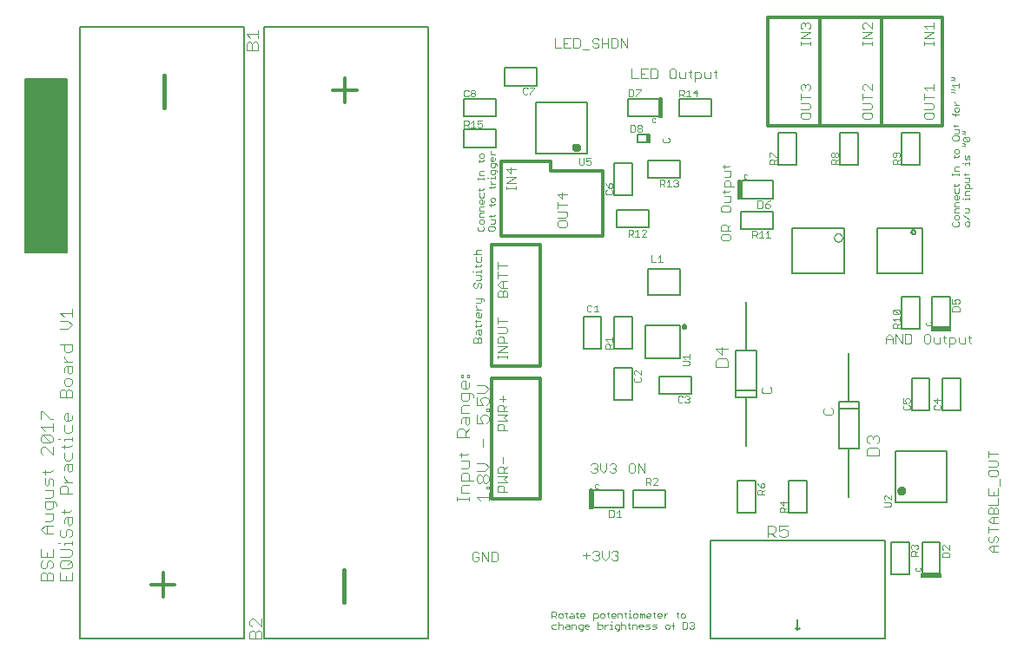
<source format=gto>
G75*
%MOIN*%
%OFA0B0*%
%FSLAX25Y25*%
%IPPOS*%
%LPD*%
%AMOC8*
5,1,8,0,0,1.08239X$1,22.5*
%
%ADD10C,0.00400*%
%ADD11C,0.00600*%
%ADD12C,0.00300*%
%ADD13C,0.01181*%
%ADD14C,0.00200*%
%ADD15C,0.00500*%
%ADD16C,0.01575*%
%ADD17C,0.00591*%
%ADD18C,0.00472*%
%ADD19C,0.01600*%
%ADD20C,0.01200*%
D10*
X0018633Y0032909D02*
X0018633Y0035171D01*
X0019387Y0035925D01*
X0020142Y0035925D01*
X0020896Y0035171D01*
X0020896Y0032909D01*
X0020896Y0035171D02*
X0021650Y0035925D01*
X0022404Y0035925D01*
X0023158Y0035171D01*
X0023158Y0032909D01*
X0018633Y0032909D01*
X0019387Y0037440D02*
X0020142Y0037440D01*
X0020896Y0038194D01*
X0020896Y0039703D01*
X0021650Y0040457D01*
X0022404Y0040457D01*
X0023158Y0039703D01*
X0023158Y0038194D01*
X0022404Y0037440D01*
X0019387Y0037440D02*
X0018633Y0038194D01*
X0018633Y0039703D01*
X0019387Y0040457D01*
X0018633Y0041972D02*
X0023158Y0041972D01*
X0023158Y0044988D01*
X0020896Y0043480D02*
X0020896Y0041972D01*
X0018633Y0041972D02*
X0018633Y0044988D01*
X0025261Y0047257D02*
X0026015Y0047257D01*
X0027523Y0047257D02*
X0030540Y0047257D01*
X0030540Y0046503D02*
X0030540Y0048011D01*
X0029786Y0049524D02*
X0030540Y0050278D01*
X0030540Y0051786D01*
X0029786Y0052541D01*
X0029032Y0052541D01*
X0028278Y0051786D01*
X0028278Y0050278D01*
X0027523Y0049524D01*
X0026769Y0049524D01*
X0026015Y0050278D01*
X0026015Y0051786D01*
X0026769Y0052541D01*
X0027523Y0054809D02*
X0027523Y0056318D01*
X0028278Y0057072D01*
X0030540Y0057072D01*
X0030540Y0054809D01*
X0029786Y0054055D01*
X0029032Y0054809D01*
X0029032Y0057072D01*
X0027523Y0058587D02*
X0027523Y0060095D01*
X0026769Y0059341D02*
X0029786Y0059341D01*
X0030540Y0060095D01*
X0030540Y0066139D02*
X0026015Y0066139D01*
X0026015Y0068402D01*
X0026769Y0069156D01*
X0028278Y0069156D01*
X0029032Y0068402D01*
X0029032Y0066139D01*
X0024667Y0062360D02*
X0023912Y0063114D01*
X0020142Y0063114D01*
X0020142Y0060851D01*
X0020896Y0060097D01*
X0022404Y0060097D01*
X0023158Y0060851D01*
X0023158Y0063114D01*
X0024667Y0062360D02*
X0024667Y0061606D01*
X0023158Y0058583D02*
X0020142Y0058583D01*
X0023158Y0058583D02*
X0023158Y0056320D01*
X0022404Y0055566D01*
X0020142Y0055566D01*
X0020142Y0054051D02*
X0023158Y0054051D01*
X0020896Y0054051D02*
X0020896Y0051034D01*
X0020142Y0051034D02*
X0018633Y0052543D01*
X0020142Y0054051D01*
X0020142Y0051034D02*
X0023158Y0051034D01*
X0027523Y0047257D02*
X0027523Y0046503D01*
X0026015Y0044988D02*
X0029786Y0044988D01*
X0030540Y0044234D01*
X0030540Y0042726D01*
X0029786Y0041972D01*
X0026015Y0041972D01*
X0026769Y0040457D02*
X0029786Y0040457D01*
X0030540Y0039703D01*
X0030540Y0038194D01*
X0029786Y0037440D01*
X0026769Y0037440D01*
X0026015Y0038194D01*
X0026015Y0039703D01*
X0026769Y0040457D01*
X0029032Y0038948D02*
X0030540Y0040457D01*
X0030540Y0035925D02*
X0030540Y0032909D01*
X0026015Y0032909D01*
X0026015Y0035925D01*
X0028278Y0034417D02*
X0028278Y0032909D01*
X0022404Y0064629D02*
X0020142Y0064629D01*
X0022404Y0064629D02*
X0023158Y0065383D01*
X0023158Y0067645D01*
X0020142Y0067645D01*
X0020896Y0069160D02*
X0020142Y0069914D01*
X0020142Y0072177D01*
X0020142Y0073691D02*
X0020142Y0075200D01*
X0019387Y0074446D02*
X0022404Y0074446D01*
X0023158Y0075200D01*
X0022404Y0072177D02*
X0021650Y0071423D01*
X0021650Y0069914D01*
X0020896Y0069160D01*
X0023158Y0069160D02*
X0023158Y0071423D01*
X0022404Y0072177D01*
X0027523Y0072179D02*
X0027523Y0072933D01*
X0027523Y0072179D02*
X0029032Y0070671D01*
X0030540Y0070671D02*
X0027523Y0070671D01*
X0029786Y0074447D02*
X0029032Y0075201D01*
X0029032Y0077463D01*
X0028278Y0077463D02*
X0030540Y0077463D01*
X0030540Y0075201D01*
X0029786Y0074447D01*
X0027523Y0075201D02*
X0027523Y0076709D01*
X0028278Y0077463D01*
X0028278Y0078978D02*
X0029786Y0078978D01*
X0030540Y0079732D01*
X0030540Y0081995D01*
X0029786Y0084264D02*
X0026769Y0084264D01*
X0027523Y0083510D02*
X0027523Y0085018D01*
X0027523Y0086530D02*
X0027523Y0087285D01*
X0030540Y0087285D01*
X0030540Y0088039D02*
X0030540Y0086530D01*
X0030540Y0085018D02*
X0029786Y0084264D01*
X0027523Y0081995D02*
X0027523Y0079732D01*
X0028278Y0078978D01*
X0023158Y0081244D02*
X0020142Y0084261D01*
X0019387Y0084261D01*
X0018633Y0083506D01*
X0018633Y0081998D01*
X0019387Y0081244D01*
X0023158Y0081244D02*
X0023158Y0084261D01*
X0022404Y0085775D02*
X0019387Y0088792D01*
X0022404Y0088792D01*
X0023158Y0088038D01*
X0023158Y0086529D01*
X0022404Y0085775D01*
X0019387Y0085775D01*
X0018633Y0086529D01*
X0018633Y0088038D01*
X0019387Y0088792D01*
X0020142Y0090307D02*
X0018633Y0091815D01*
X0023158Y0091815D01*
X0023158Y0090307D02*
X0023158Y0093323D01*
X0023158Y0094838D02*
X0022404Y0094838D01*
X0019387Y0097855D01*
X0018633Y0097855D01*
X0018633Y0094838D01*
X0027523Y0094837D02*
X0027523Y0096345D01*
X0028278Y0097100D01*
X0029032Y0097100D01*
X0029032Y0094083D01*
X0029786Y0094083D02*
X0028278Y0094083D01*
X0027523Y0094837D01*
X0027523Y0092568D02*
X0027523Y0090306D01*
X0028278Y0089551D01*
X0029786Y0089551D01*
X0030540Y0090306D01*
X0030540Y0092568D01*
X0029786Y0094083D02*
X0030540Y0094837D01*
X0030540Y0096345D01*
X0030540Y0103146D02*
X0026015Y0103146D01*
X0026015Y0105408D01*
X0026769Y0106162D01*
X0027523Y0106162D01*
X0028278Y0105408D01*
X0028278Y0103146D01*
X0030540Y0103146D02*
X0030540Y0105408D01*
X0029786Y0106162D01*
X0029032Y0106162D01*
X0028278Y0105408D01*
X0028278Y0107677D02*
X0029786Y0107677D01*
X0030540Y0108431D01*
X0030540Y0109940D01*
X0029786Y0110694D01*
X0028278Y0110694D01*
X0027523Y0109940D01*
X0027523Y0108431D01*
X0028278Y0107677D01*
X0029786Y0112209D02*
X0029032Y0112963D01*
X0029032Y0115225D01*
X0028278Y0115225D02*
X0030540Y0115225D01*
X0030540Y0112963D01*
X0029786Y0112209D01*
X0027523Y0112963D02*
X0027523Y0114471D01*
X0028278Y0115225D01*
X0029032Y0116740D02*
X0027523Y0118248D01*
X0027523Y0119003D01*
X0028278Y0120516D02*
X0027523Y0121270D01*
X0027523Y0123533D01*
X0026015Y0123533D02*
X0030540Y0123533D01*
X0030540Y0121270D01*
X0029786Y0120516D01*
X0028278Y0120516D01*
X0027523Y0116740D02*
X0030540Y0116740D01*
X0029032Y0129579D02*
X0030540Y0131087D01*
X0029032Y0132596D01*
X0026015Y0132596D01*
X0027523Y0134110D02*
X0026015Y0135619D01*
X0030540Y0135619D01*
X0030540Y0137127D02*
X0030540Y0134110D01*
X0029032Y0129579D02*
X0026015Y0129579D01*
X0026015Y0087285D02*
X0025261Y0087285D01*
X0098771Y0017374D02*
X0098771Y0015839D01*
X0099538Y0015072D01*
X0099538Y0013537D02*
X0100306Y0013537D01*
X0101073Y0012770D01*
X0101073Y0010468D01*
X0101073Y0012770D02*
X0101840Y0013537D01*
X0102607Y0013537D01*
X0103375Y0012770D01*
X0103375Y0010468D01*
X0098771Y0010468D01*
X0098771Y0012770D01*
X0099538Y0013537D01*
X0103375Y0015072D02*
X0100306Y0018141D01*
X0099538Y0018141D01*
X0098771Y0017374D01*
X0103375Y0018141D02*
X0103375Y0015072D01*
X0178397Y0063460D02*
X0178397Y0064994D01*
X0178397Y0064227D02*
X0183001Y0064227D01*
X0183001Y0063460D02*
X0183001Y0064994D01*
X0183001Y0066529D02*
X0179932Y0066529D01*
X0179932Y0068831D01*
X0180699Y0069598D01*
X0183001Y0069598D01*
X0183001Y0071133D02*
X0183001Y0073435D01*
X0182233Y0074202D01*
X0180699Y0074202D01*
X0179932Y0073435D01*
X0179932Y0071133D01*
X0184535Y0071133D01*
X0185897Y0071133D02*
X0186664Y0070366D01*
X0187432Y0070366D01*
X0188199Y0071133D01*
X0188199Y0072668D01*
X0188966Y0073435D01*
X0189733Y0073435D01*
X0190501Y0072668D01*
X0190501Y0071133D01*
X0189733Y0070366D01*
X0188966Y0070366D01*
X0188199Y0071133D01*
X0188199Y0072668D02*
X0187432Y0073435D01*
X0186664Y0073435D01*
X0185897Y0072668D01*
X0185897Y0071133D01*
X0185897Y0074970D02*
X0188966Y0074970D01*
X0190501Y0076504D01*
X0188966Y0078039D01*
X0185897Y0078039D01*
X0183001Y0078806D02*
X0179932Y0078806D01*
X0179932Y0080341D02*
X0179932Y0081876D01*
X0179164Y0081108D02*
X0182233Y0081108D01*
X0183001Y0081876D01*
X0183001Y0078806D02*
X0183001Y0076504D01*
X0182233Y0075737D01*
X0179932Y0075737D01*
X0189733Y0068831D02*
X0190501Y0068831D01*
X0190501Y0068064D01*
X0189733Y0068064D01*
X0189733Y0068831D01*
X0190501Y0066529D02*
X0190501Y0063460D01*
X0190501Y0064994D02*
X0185897Y0064994D01*
X0187432Y0063460D01*
X0188199Y0084177D02*
X0188199Y0087247D01*
X0183001Y0088014D02*
X0178397Y0088014D01*
X0178397Y0090316D01*
X0179164Y0091083D01*
X0180699Y0091083D01*
X0181466Y0090316D01*
X0181466Y0088014D01*
X0181466Y0089549D02*
X0183001Y0091083D01*
X0182233Y0092618D02*
X0181466Y0093385D01*
X0181466Y0095687D01*
X0180699Y0095687D02*
X0183001Y0095687D01*
X0183001Y0093385D01*
X0182233Y0092618D01*
X0179932Y0093385D02*
X0179932Y0094920D01*
X0180699Y0095687D01*
X0179932Y0097222D02*
X0179932Y0099524D01*
X0180699Y0100291D01*
X0183001Y0100291D01*
X0182233Y0101826D02*
X0180699Y0101826D01*
X0179932Y0102593D01*
X0179932Y0104895D01*
X0183768Y0104895D01*
X0184535Y0104128D01*
X0184535Y0103361D01*
X0185897Y0103361D02*
X0185897Y0100291D01*
X0188199Y0100291D01*
X0187432Y0101826D01*
X0187432Y0102593D01*
X0188199Y0103361D01*
X0189733Y0103361D01*
X0190501Y0102593D01*
X0190501Y0101059D01*
X0189733Y0100291D01*
X0189733Y0098757D02*
X0190501Y0098757D01*
X0190501Y0097989D01*
X0189733Y0097989D01*
X0189733Y0098757D01*
X0189733Y0096455D02*
X0188199Y0096455D01*
X0187432Y0095687D01*
X0187432Y0094920D01*
X0188199Y0093385D01*
X0185897Y0093385D01*
X0185897Y0096455D01*
X0183001Y0097222D02*
X0179932Y0097222D01*
X0182233Y0101826D02*
X0183001Y0102593D01*
X0183001Y0104895D01*
X0182233Y0106430D02*
X0180699Y0106430D01*
X0179932Y0107197D01*
X0179932Y0108732D01*
X0180699Y0109499D01*
X0181466Y0109499D01*
X0181466Y0106430D01*
X0182233Y0106430D02*
X0183001Y0107197D01*
X0183001Y0108732D01*
X0183001Y0111034D02*
X0182233Y0111034D01*
X0182233Y0111801D01*
X0183001Y0111801D01*
X0183001Y0111034D01*
X0180699Y0111034D02*
X0180699Y0111801D01*
X0179932Y0111801D01*
X0179932Y0111034D01*
X0180699Y0111034D01*
X0185897Y0107964D02*
X0188966Y0107964D01*
X0190501Y0106430D01*
X0188966Y0104895D01*
X0185897Y0104895D01*
X0189733Y0096455D02*
X0190501Y0095687D01*
X0190501Y0094153D01*
X0189733Y0093385D01*
X0277787Y0115039D02*
X0277787Y0117341D01*
X0278554Y0118109D01*
X0281623Y0118109D01*
X0282391Y0117341D01*
X0282391Y0115039D01*
X0277787Y0115039D01*
X0280089Y0119643D02*
X0277787Y0121945D01*
X0282391Y0121945D01*
X0280089Y0122713D02*
X0280089Y0119643D01*
X0335779Y0087846D02*
X0335779Y0086311D01*
X0336546Y0085544D01*
X0336546Y0084009D02*
X0335779Y0083242D01*
X0335779Y0080940D01*
X0340383Y0080940D01*
X0340383Y0083242D01*
X0339615Y0084009D01*
X0336546Y0084009D01*
X0339615Y0085544D02*
X0340383Y0086311D01*
X0340383Y0087846D01*
X0339615Y0088613D01*
X0338848Y0088613D01*
X0338081Y0087846D01*
X0338081Y0087079D01*
X0338081Y0087846D02*
X0337313Y0088613D01*
X0336546Y0088613D01*
X0335779Y0087846D01*
X0305149Y0054048D02*
X0302080Y0054048D01*
X0302080Y0051746D01*
X0303614Y0052513D01*
X0304381Y0052513D01*
X0305149Y0051746D01*
X0305149Y0050211D01*
X0304381Y0049444D01*
X0302847Y0049444D01*
X0302080Y0050211D01*
X0300545Y0049444D02*
X0299010Y0050979D01*
X0299778Y0050979D02*
X0297476Y0050979D01*
X0297476Y0049444D02*
X0297476Y0054048D01*
X0299778Y0054048D01*
X0300545Y0053281D01*
X0300545Y0051746D01*
X0299778Y0050979D01*
X0102076Y0236693D02*
X0097472Y0236693D01*
X0097472Y0238995D01*
X0098239Y0239762D01*
X0099006Y0239762D01*
X0099774Y0238995D01*
X0099774Y0236693D01*
X0102076Y0236693D02*
X0102076Y0238995D01*
X0101308Y0239762D01*
X0100541Y0239762D01*
X0099774Y0238995D01*
X0099006Y0241297D02*
X0097472Y0242831D01*
X0102076Y0242831D01*
X0102076Y0241297D02*
X0102076Y0244366D01*
D11*
X0028772Y0225504D02*
X0028772Y0158969D01*
X0012630Y0158969D01*
X0012630Y0225504D01*
X0028772Y0225504D01*
X0028772Y0225245D02*
X0012630Y0225245D01*
X0012630Y0224646D02*
X0028772Y0224646D01*
X0028772Y0224048D02*
X0012630Y0224048D01*
X0012630Y0223449D02*
X0028772Y0223449D01*
X0028772Y0222851D02*
X0012630Y0222851D01*
X0012630Y0222252D02*
X0028772Y0222252D01*
X0028772Y0221654D02*
X0012630Y0221654D01*
X0012630Y0221055D02*
X0028772Y0221055D01*
X0028772Y0220457D02*
X0012630Y0220457D01*
X0012630Y0219858D02*
X0028772Y0219858D01*
X0028772Y0219260D02*
X0012630Y0219260D01*
X0012630Y0218661D02*
X0028772Y0218661D01*
X0028772Y0218063D02*
X0012630Y0218063D01*
X0012630Y0217464D02*
X0028772Y0217464D01*
X0028772Y0216866D02*
X0012630Y0216866D01*
X0012630Y0216267D02*
X0028772Y0216267D01*
X0028772Y0215669D02*
X0012630Y0215669D01*
X0012630Y0215070D02*
X0028772Y0215070D01*
X0028772Y0214472D02*
X0012630Y0214472D01*
X0012630Y0213873D02*
X0028772Y0213873D01*
X0028772Y0213274D02*
X0012630Y0213274D01*
X0012630Y0212676D02*
X0028772Y0212676D01*
X0028772Y0212077D02*
X0012630Y0212077D01*
X0012630Y0211479D02*
X0028772Y0211479D01*
X0028772Y0210880D02*
X0012630Y0210880D01*
X0012630Y0210282D02*
X0028772Y0210282D01*
X0028772Y0209683D02*
X0012630Y0209683D01*
X0012630Y0209085D02*
X0028772Y0209085D01*
X0028772Y0208486D02*
X0012630Y0208486D01*
X0012630Y0207888D02*
X0028772Y0207888D01*
X0028772Y0207289D02*
X0012630Y0207289D01*
X0012630Y0206691D02*
X0028772Y0206691D01*
X0028772Y0206092D02*
X0012630Y0206092D01*
X0012630Y0205494D02*
X0028772Y0205494D01*
X0028772Y0204895D02*
X0012630Y0204895D01*
X0012630Y0204297D02*
X0028772Y0204297D01*
X0028772Y0203698D02*
X0012630Y0203698D01*
X0012630Y0203100D02*
X0028772Y0203100D01*
X0028772Y0202501D02*
X0012630Y0202501D01*
X0012630Y0201903D02*
X0028772Y0201903D01*
X0028772Y0201304D02*
X0012630Y0201304D01*
X0012630Y0200706D02*
X0028772Y0200706D01*
X0028772Y0200107D02*
X0012630Y0200107D01*
X0012630Y0199509D02*
X0028772Y0199509D01*
X0028772Y0198910D02*
X0012630Y0198910D01*
X0012630Y0198312D02*
X0028772Y0198312D01*
X0028772Y0197713D02*
X0012630Y0197713D01*
X0012630Y0197115D02*
X0028772Y0197115D01*
X0028772Y0196516D02*
X0012630Y0196516D01*
X0012630Y0195918D02*
X0028772Y0195918D01*
X0028772Y0195319D02*
X0012630Y0195319D01*
X0012630Y0194721D02*
X0028772Y0194721D01*
X0028772Y0194122D02*
X0012630Y0194122D01*
X0012630Y0193524D02*
X0028772Y0193524D01*
X0028772Y0192925D02*
X0012630Y0192925D01*
X0012630Y0192327D02*
X0028772Y0192327D01*
X0028772Y0191728D02*
X0012630Y0191728D01*
X0012630Y0191130D02*
X0028772Y0191130D01*
X0028772Y0190531D02*
X0012630Y0190531D01*
X0012630Y0189933D02*
X0028772Y0189933D01*
X0028772Y0189334D02*
X0012630Y0189334D01*
X0012630Y0188736D02*
X0028772Y0188736D01*
X0028772Y0188137D02*
X0012630Y0188137D01*
X0012630Y0187539D02*
X0028772Y0187539D01*
X0028772Y0186940D02*
X0012630Y0186940D01*
X0012630Y0186341D02*
X0028772Y0186341D01*
X0028772Y0185743D02*
X0012630Y0185743D01*
X0012630Y0185144D02*
X0028772Y0185144D01*
X0028772Y0184546D02*
X0012630Y0184546D01*
X0012630Y0183947D02*
X0028772Y0183947D01*
X0028772Y0183349D02*
X0012630Y0183349D01*
X0012630Y0182750D02*
X0028772Y0182750D01*
X0028772Y0182152D02*
X0012630Y0182152D01*
X0012630Y0181553D02*
X0028772Y0181553D01*
X0028772Y0180955D02*
X0012630Y0180955D01*
X0012630Y0180356D02*
X0028772Y0180356D01*
X0028772Y0179758D02*
X0012630Y0179758D01*
X0012630Y0179159D02*
X0028772Y0179159D01*
X0028772Y0178561D02*
X0012630Y0178561D01*
X0012630Y0177962D02*
X0028772Y0177962D01*
X0028772Y0177364D02*
X0012630Y0177364D01*
X0012630Y0176765D02*
X0028772Y0176765D01*
X0028772Y0176167D02*
X0012630Y0176167D01*
X0012630Y0175568D02*
X0028772Y0175568D01*
X0028772Y0174970D02*
X0012630Y0174970D01*
X0012630Y0174371D02*
X0028772Y0174371D01*
X0028772Y0173773D02*
X0012630Y0173773D01*
X0012630Y0173174D02*
X0028772Y0173174D01*
X0028772Y0172576D02*
X0012630Y0172576D01*
X0012630Y0171977D02*
X0028772Y0171977D01*
X0028772Y0171379D02*
X0012630Y0171379D01*
X0012630Y0170780D02*
X0028772Y0170780D01*
X0028772Y0170182D02*
X0012630Y0170182D01*
X0012630Y0169583D02*
X0028772Y0169583D01*
X0028772Y0168985D02*
X0012630Y0168985D01*
X0012630Y0168386D02*
X0028772Y0168386D01*
X0028772Y0167788D02*
X0012630Y0167788D01*
X0012630Y0167189D02*
X0028772Y0167189D01*
X0028772Y0166591D02*
X0012630Y0166591D01*
X0012630Y0165992D02*
X0028772Y0165992D01*
X0028772Y0165394D02*
X0012630Y0165394D01*
X0012630Y0164795D02*
X0028772Y0164795D01*
X0028772Y0164197D02*
X0012630Y0164197D01*
X0012630Y0163598D02*
X0028772Y0163598D01*
X0028772Y0163000D02*
X0012630Y0163000D01*
X0012630Y0162401D02*
X0028772Y0162401D01*
X0028772Y0161803D02*
X0012630Y0161803D01*
X0012630Y0161204D02*
X0028772Y0161204D01*
X0028772Y0160605D02*
X0012630Y0160605D01*
X0012630Y0160007D02*
X0028772Y0160007D01*
X0028772Y0159408D02*
X0012630Y0159408D01*
X0251705Y0152669D02*
X0251705Y0142669D01*
X0264106Y0142669D01*
X0264106Y0152669D01*
X0251705Y0152669D01*
D12*
X0279706Y0164174D02*
X0280313Y0163567D01*
X0282739Y0163567D01*
X0283346Y0164174D01*
X0283346Y0165387D01*
X0282739Y0165994D01*
X0280313Y0165994D01*
X0279706Y0165387D01*
X0279706Y0164174D01*
X0279706Y0167192D02*
X0279706Y0169013D01*
X0280313Y0169619D01*
X0281526Y0169619D01*
X0282133Y0169013D01*
X0282133Y0167192D01*
X0283346Y0167192D02*
X0279706Y0167192D01*
X0282133Y0168406D02*
X0283346Y0169619D01*
X0282739Y0174443D02*
X0280313Y0174443D01*
X0279706Y0175049D01*
X0279706Y0176263D01*
X0280313Y0176869D01*
X0282739Y0176869D01*
X0283346Y0176263D01*
X0283346Y0175049D01*
X0282739Y0174443D01*
X0282739Y0178068D02*
X0280919Y0178068D01*
X0282739Y0178068D02*
X0283346Y0178675D01*
X0283346Y0180495D01*
X0280919Y0180495D01*
X0280919Y0181693D02*
X0280919Y0182906D01*
X0280313Y0182300D02*
X0282739Y0182300D01*
X0283346Y0182906D01*
X0283346Y0184110D02*
X0283346Y0185930D01*
X0282739Y0186536D01*
X0281526Y0186536D01*
X0280919Y0185930D01*
X0280919Y0184110D01*
X0284559Y0184110D01*
X0282739Y0187735D02*
X0280919Y0187735D01*
X0282739Y0187735D02*
X0283346Y0188342D01*
X0283346Y0190162D01*
X0280919Y0190162D01*
X0280919Y0191360D02*
X0280919Y0192573D01*
X0280313Y0191967D02*
X0282739Y0191967D01*
X0283346Y0192573D01*
X0293719Y0178896D02*
X0295145Y0178896D01*
X0295620Y0178421D01*
X0295620Y0176519D01*
X0295145Y0176044D01*
X0293719Y0176044D01*
X0293719Y0178896D01*
X0296619Y0177470D02*
X0298045Y0177470D01*
X0298520Y0176995D01*
X0298520Y0176519D01*
X0298045Y0176044D01*
X0297094Y0176044D01*
X0296619Y0176519D01*
X0296619Y0177470D01*
X0297569Y0178421D01*
X0298520Y0178896D01*
X0310903Y0210248D02*
X0313330Y0210248D01*
X0313937Y0210855D01*
X0313937Y0212068D01*
X0313330Y0212675D01*
X0310903Y0212675D01*
X0310297Y0212068D01*
X0310297Y0210855D01*
X0310903Y0210248D01*
X0310297Y0213873D02*
X0313330Y0213873D01*
X0313937Y0214480D01*
X0313937Y0215693D01*
X0313330Y0216300D01*
X0310297Y0216300D01*
X0310297Y0217498D02*
X0310297Y0219925D01*
X0310297Y0218711D02*
X0313937Y0218711D01*
X0313330Y0221123D02*
X0313937Y0221730D01*
X0313937Y0222943D01*
X0313330Y0223550D01*
X0312723Y0223550D01*
X0312117Y0222943D01*
X0312117Y0222337D01*
X0312117Y0222943D02*
X0311510Y0223550D01*
X0310903Y0223550D01*
X0310297Y0222943D01*
X0310297Y0221730D01*
X0310903Y0221123D01*
X0333919Y0221730D02*
X0334525Y0221123D01*
X0333919Y0221730D02*
X0333919Y0222943D01*
X0334525Y0223550D01*
X0335132Y0223550D01*
X0337559Y0221123D01*
X0337559Y0223550D01*
X0333919Y0219925D02*
X0333919Y0217498D01*
X0333919Y0216300D02*
X0336952Y0216300D01*
X0337559Y0215693D01*
X0337559Y0214480D01*
X0336952Y0213873D01*
X0333919Y0213873D01*
X0334525Y0212675D02*
X0333919Y0212068D01*
X0333919Y0210855D01*
X0334525Y0210248D01*
X0336952Y0210248D01*
X0337559Y0210855D01*
X0337559Y0212068D01*
X0336952Y0212675D01*
X0334525Y0212675D01*
X0333919Y0218711D02*
X0337559Y0218711D01*
X0357541Y0218711D02*
X0361181Y0218711D01*
X0361181Y0221123D02*
X0361181Y0223550D01*
X0361181Y0222337D02*
X0357541Y0222337D01*
X0358754Y0221123D01*
X0357541Y0219925D02*
X0357541Y0217498D01*
X0357541Y0216300D02*
X0360574Y0216300D01*
X0361181Y0215693D01*
X0361181Y0214480D01*
X0360574Y0213873D01*
X0357541Y0213873D01*
X0358147Y0212675D02*
X0357541Y0212068D01*
X0357541Y0210855D01*
X0358147Y0210248D01*
X0360574Y0210248D01*
X0361181Y0210855D01*
X0361181Y0212068D01*
X0360574Y0212675D01*
X0358147Y0212675D01*
X0357541Y0238703D02*
X0357541Y0239917D01*
X0357541Y0239310D02*
X0361181Y0239310D01*
X0361181Y0238703D02*
X0361181Y0239917D01*
X0361181Y0241120D02*
X0357541Y0241120D01*
X0361181Y0243547D01*
X0357541Y0243547D01*
X0358754Y0244745D02*
X0357541Y0245959D01*
X0361181Y0245959D01*
X0361181Y0247172D02*
X0361181Y0244745D01*
X0337559Y0244745D02*
X0335132Y0247172D01*
X0334525Y0247172D01*
X0333919Y0246565D01*
X0333919Y0245352D01*
X0334525Y0244745D01*
X0333919Y0243547D02*
X0337559Y0243547D01*
X0333919Y0241120D01*
X0337559Y0241120D01*
X0337559Y0239917D02*
X0337559Y0238703D01*
X0337559Y0239310D02*
X0333919Y0239310D01*
X0333919Y0238703D02*
X0333919Y0239917D01*
X0337559Y0244745D02*
X0337559Y0247172D01*
X0313937Y0246565D02*
X0313937Y0245352D01*
X0313330Y0244745D01*
X0313937Y0243547D02*
X0310297Y0243547D01*
X0310903Y0244745D02*
X0310297Y0245352D01*
X0310297Y0246565D01*
X0310903Y0247172D01*
X0311510Y0247172D01*
X0312117Y0246565D01*
X0312723Y0247172D01*
X0313330Y0247172D01*
X0313937Y0246565D01*
X0312117Y0246565D02*
X0312117Y0245959D01*
X0313937Y0243547D02*
X0310297Y0241120D01*
X0313937Y0241120D01*
X0313937Y0239917D02*
X0313937Y0238703D01*
X0313937Y0239310D02*
X0310297Y0239310D01*
X0310297Y0238703D02*
X0310297Y0239917D01*
X0278088Y0228199D02*
X0276875Y0228199D01*
X0277482Y0228805D02*
X0277482Y0226379D01*
X0278088Y0225772D01*
X0275677Y0225772D02*
X0275677Y0228199D01*
X0275677Y0225772D02*
X0273856Y0225772D01*
X0273250Y0226379D01*
X0273250Y0228199D01*
X0272051Y0227592D02*
X0271445Y0228199D01*
X0269625Y0228199D01*
X0269625Y0224559D01*
X0269625Y0225772D02*
X0271445Y0225772D01*
X0272051Y0226379D01*
X0272051Y0227592D01*
X0268421Y0228199D02*
X0267208Y0228199D01*
X0267815Y0228805D02*
X0267815Y0226379D01*
X0268421Y0225772D01*
X0266009Y0225772D02*
X0266009Y0228199D01*
X0263583Y0228199D02*
X0263583Y0226379D01*
X0264189Y0225772D01*
X0266009Y0225772D01*
X0262384Y0226379D02*
X0262384Y0228805D01*
X0261778Y0229412D01*
X0260564Y0229412D01*
X0259958Y0228805D01*
X0259958Y0226379D01*
X0260564Y0225772D01*
X0261778Y0225772D01*
X0262384Y0226379D01*
X0255134Y0226379D02*
X0255134Y0228805D01*
X0254527Y0229412D01*
X0252707Y0229412D01*
X0252707Y0225772D01*
X0254527Y0225772D01*
X0255134Y0226379D01*
X0251509Y0225772D02*
X0249082Y0225772D01*
X0249082Y0229412D01*
X0251509Y0229412D01*
X0250296Y0227592D02*
X0249082Y0227592D01*
X0247884Y0225772D02*
X0245457Y0225772D01*
X0245457Y0229412D01*
X0245577Y0221659D02*
X0244151Y0221659D01*
X0244151Y0218807D01*
X0245577Y0218807D01*
X0246053Y0219282D01*
X0246053Y0221184D01*
X0245577Y0221659D01*
X0247051Y0221659D02*
X0248953Y0221659D01*
X0248953Y0221184D01*
X0247051Y0219282D01*
X0247051Y0218807D01*
X0243614Y0237544D02*
X0243614Y0241184D01*
X0241187Y0241184D02*
X0243614Y0237544D01*
X0241187Y0237544D02*
X0241187Y0241184D01*
X0239989Y0240577D02*
X0239989Y0238150D01*
X0239382Y0237544D01*
X0237562Y0237544D01*
X0237562Y0241184D01*
X0239382Y0241184D01*
X0239989Y0240577D01*
X0236364Y0241184D02*
X0236364Y0237544D01*
X0236364Y0239364D02*
X0233937Y0239364D01*
X0232739Y0238757D02*
X0232739Y0238150D01*
X0232132Y0237544D01*
X0230919Y0237544D01*
X0230312Y0238150D01*
X0230919Y0239364D02*
X0232132Y0239364D01*
X0232739Y0238757D01*
X0233937Y0237544D02*
X0233937Y0241184D01*
X0232739Y0240577D02*
X0232132Y0241184D01*
X0230919Y0241184D01*
X0230312Y0240577D01*
X0230312Y0239970D01*
X0230919Y0239364D01*
X0229114Y0236937D02*
X0226687Y0236937D01*
X0225488Y0238150D02*
X0225488Y0240577D01*
X0224882Y0241184D01*
X0223062Y0241184D01*
X0223062Y0237544D01*
X0224882Y0237544D01*
X0225488Y0238150D01*
X0221863Y0237544D02*
X0219437Y0237544D01*
X0219437Y0241184D01*
X0221863Y0241184D01*
X0220650Y0239364D02*
X0219437Y0239364D01*
X0218238Y0237544D02*
X0215811Y0237544D01*
X0215811Y0241184D01*
X0199085Y0191564D02*
X0199085Y0189137D01*
X0197265Y0190957D01*
X0200905Y0190957D01*
X0200905Y0187938D02*
X0197265Y0187938D01*
X0197265Y0185512D02*
X0200905Y0187938D01*
X0200905Y0185512D02*
X0197265Y0185512D01*
X0197265Y0184308D02*
X0197265Y0183095D01*
X0197265Y0183702D02*
X0200905Y0183702D01*
X0200905Y0184308D02*
X0200905Y0183095D01*
X0216871Y0181342D02*
X0218691Y0179521D01*
X0218691Y0181948D01*
X0220511Y0181342D02*
X0216871Y0181342D01*
X0216871Y0178323D02*
X0216871Y0175896D01*
X0216871Y0174698D02*
X0219905Y0174698D01*
X0220511Y0174091D01*
X0220511Y0172878D01*
X0219905Y0172271D01*
X0216871Y0172271D01*
X0217478Y0171073D02*
X0216871Y0170466D01*
X0216871Y0169253D01*
X0217478Y0168646D01*
X0219905Y0168646D01*
X0220511Y0169253D01*
X0220511Y0170466D01*
X0219905Y0171073D01*
X0217478Y0171073D01*
X0216871Y0177110D02*
X0220511Y0177110D01*
X0193997Y0155058D02*
X0193997Y0152632D01*
X0193997Y0151433D02*
X0193997Y0149007D01*
X0193997Y0150220D02*
X0197637Y0150220D01*
X0197637Y0147808D02*
X0195211Y0147808D01*
X0193997Y0146595D01*
X0195211Y0145381D01*
X0197637Y0145381D01*
X0197031Y0144183D02*
X0197637Y0143576D01*
X0197637Y0141756D01*
X0193997Y0141756D01*
X0193997Y0143576D01*
X0194604Y0144183D01*
X0195211Y0144183D01*
X0195817Y0143576D01*
X0195817Y0141756D01*
X0195817Y0143576D02*
X0196424Y0144183D01*
X0197031Y0144183D01*
X0195817Y0145381D02*
X0195817Y0147808D01*
X0197637Y0153845D02*
X0193997Y0153845D01*
X0187677Y0154139D02*
X0187193Y0153655D01*
X0185258Y0153655D01*
X0185742Y0153171D02*
X0185742Y0154139D01*
X0186226Y0155136D02*
X0187193Y0155136D01*
X0187677Y0155619D01*
X0187677Y0157071D01*
X0187677Y0158082D02*
X0184774Y0158082D01*
X0185742Y0158566D02*
X0185742Y0159533D01*
X0186226Y0160017D01*
X0187677Y0160017D01*
X0186226Y0158082D02*
X0185742Y0158566D01*
X0185742Y0157071D02*
X0185742Y0155619D01*
X0186226Y0155136D01*
X0187677Y0152174D02*
X0187677Y0151207D01*
X0187677Y0151691D02*
X0185742Y0151691D01*
X0185742Y0151207D01*
X0185742Y0150195D02*
X0187193Y0150195D01*
X0187677Y0149712D01*
X0187193Y0149228D01*
X0187677Y0148744D01*
X0187193Y0148260D01*
X0185742Y0148260D01*
X0185258Y0147249D02*
X0184774Y0146765D01*
X0184774Y0145798D01*
X0185258Y0145314D01*
X0185742Y0145314D01*
X0186226Y0145798D01*
X0186226Y0146765D01*
X0186709Y0147249D01*
X0187193Y0147249D01*
X0187677Y0146765D01*
X0187677Y0145798D01*
X0187193Y0145314D01*
X0187677Y0141356D02*
X0187677Y0139905D01*
X0187193Y0139421D01*
X0185742Y0139421D01*
X0185742Y0138417D02*
X0185742Y0137933D01*
X0186709Y0136965D01*
X0185742Y0136965D02*
X0187677Y0136965D01*
X0186709Y0135954D02*
X0186709Y0134019D01*
X0186226Y0134019D02*
X0185742Y0134503D01*
X0185742Y0135470D01*
X0186226Y0135954D01*
X0186709Y0135954D01*
X0187677Y0135470D02*
X0187677Y0134503D01*
X0187193Y0134019D01*
X0186226Y0134019D01*
X0185742Y0133022D02*
X0185742Y0132055D01*
X0185258Y0132538D02*
X0187193Y0132538D01*
X0187677Y0133022D01*
X0187677Y0131058D02*
X0187193Y0130574D01*
X0185258Y0130574D01*
X0185742Y0130090D02*
X0185742Y0131058D01*
X0186226Y0129079D02*
X0187677Y0129079D01*
X0187677Y0127627D01*
X0187193Y0127144D01*
X0186709Y0127627D01*
X0186709Y0129079D01*
X0186226Y0129079D02*
X0185742Y0128595D01*
X0185742Y0127627D01*
X0185742Y0126132D02*
X0185258Y0126132D01*
X0184774Y0125648D01*
X0184774Y0124197D01*
X0187677Y0124197D01*
X0187677Y0125648D01*
X0187193Y0126132D01*
X0186709Y0126132D01*
X0186226Y0125648D01*
X0186226Y0124197D01*
X0186226Y0125648D02*
X0185742Y0126132D01*
X0193997Y0125996D02*
X0193997Y0124176D01*
X0197637Y0124176D01*
X0197637Y0122978D02*
X0193997Y0122978D01*
X0193997Y0120551D02*
X0197637Y0122978D01*
X0196424Y0124176D02*
X0196424Y0125996D01*
X0195817Y0126603D01*
X0194604Y0126603D01*
X0193997Y0125996D01*
X0193997Y0127801D02*
X0197031Y0127801D01*
X0197637Y0128408D01*
X0197637Y0129621D01*
X0197031Y0130228D01*
X0193997Y0130228D01*
X0193997Y0131426D02*
X0193997Y0133853D01*
X0193997Y0132640D02*
X0197637Y0132640D01*
X0188644Y0140388D02*
X0188644Y0140872D01*
X0188161Y0141356D01*
X0185742Y0141356D01*
X0184774Y0151691D02*
X0184291Y0151691D01*
X0193997Y0120551D02*
X0197637Y0120551D01*
X0197637Y0119348D02*
X0197637Y0118134D01*
X0197637Y0118741D02*
X0193997Y0118741D01*
X0193997Y0118134D02*
X0193997Y0119348D01*
X0195817Y0103877D02*
X0195817Y0101451D01*
X0195817Y0100252D02*
X0196424Y0099646D01*
X0196424Y0097825D01*
X0197637Y0097825D02*
X0193997Y0097825D01*
X0193997Y0099646D01*
X0194604Y0100252D01*
X0195817Y0100252D01*
X0196424Y0099039D02*
X0197637Y0100252D01*
X0197031Y0102664D02*
X0194604Y0102664D01*
X0193997Y0096627D02*
X0197637Y0096627D01*
X0196424Y0095414D01*
X0197637Y0094200D01*
X0193997Y0094200D01*
X0194604Y0093002D02*
X0195817Y0093002D01*
X0196424Y0092395D01*
X0196424Y0090575D01*
X0197637Y0090575D02*
X0193997Y0090575D01*
X0193997Y0092395D01*
X0194604Y0093002D01*
X0195817Y0080255D02*
X0195817Y0077829D01*
X0195817Y0076630D02*
X0196424Y0076023D01*
X0196424Y0074203D01*
X0197637Y0074203D02*
X0193997Y0074203D01*
X0193997Y0076023D01*
X0194604Y0076630D01*
X0195817Y0076630D01*
X0196424Y0075417D02*
X0197637Y0076630D01*
X0197637Y0073005D02*
X0193997Y0073005D01*
X0193997Y0070578D02*
X0197637Y0070578D01*
X0196424Y0071792D01*
X0197637Y0073005D01*
X0195817Y0069380D02*
X0196424Y0068773D01*
X0196424Y0066953D01*
X0197637Y0066953D02*
X0193997Y0066953D01*
X0193997Y0068773D01*
X0194604Y0069380D01*
X0195817Y0069380D01*
X0229709Y0074804D02*
X0230316Y0074197D01*
X0231529Y0074197D01*
X0232136Y0074804D01*
X0232136Y0075411D01*
X0231529Y0076017D01*
X0230922Y0076017D01*
X0231529Y0076017D02*
X0232136Y0076624D01*
X0232136Y0077231D01*
X0231529Y0077837D01*
X0230316Y0077837D01*
X0229709Y0077231D01*
X0233334Y0077837D02*
X0233334Y0075411D01*
X0234548Y0074197D01*
X0235761Y0075411D01*
X0235761Y0077837D01*
X0236959Y0077231D02*
X0237566Y0077837D01*
X0238779Y0077837D01*
X0239386Y0077231D01*
X0239386Y0076624D01*
X0238779Y0076017D01*
X0239386Y0075411D01*
X0239386Y0074804D01*
X0238779Y0074197D01*
X0237566Y0074197D01*
X0236959Y0074804D01*
X0238173Y0076017D02*
X0238779Y0076017D01*
X0244210Y0074804D02*
X0244816Y0074197D01*
X0246030Y0074197D01*
X0246636Y0074804D01*
X0246636Y0077231D01*
X0246030Y0077837D01*
X0244816Y0077837D01*
X0244210Y0077231D01*
X0244210Y0074804D01*
X0247835Y0074197D02*
X0247835Y0077837D01*
X0250261Y0074197D01*
X0250261Y0077837D01*
X0240483Y0059999D02*
X0240483Y0057147D01*
X0241433Y0057147D02*
X0239532Y0057147D01*
X0238533Y0057622D02*
X0238533Y0059523D01*
X0238058Y0059999D01*
X0236632Y0059999D01*
X0236632Y0057147D01*
X0238058Y0057147D01*
X0238533Y0057622D01*
X0239532Y0059048D02*
X0240483Y0059999D01*
X0239491Y0044255D02*
X0240098Y0043648D01*
X0240098Y0043041D01*
X0239491Y0042435D01*
X0240098Y0041828D01*
X0240098Y0041221D01*
X0239491Y0040615D01*
X0238278Y0040615D01*
X0237671Y0041221D01*
X0236473Y0041828D02*
X0236473Y0044255D01*
X0237671Y0043648D02*
X0238278Y0044255D01*
X0239491Y0044255D01*
X0239491Y0042435D02*
X0238884Y0042435D01*
X0236473Y0041828D02*
X0235259Y0040615D01*
X0234046Y0041828D01*
X0234046Y0044255D01*
X0232848Y0043648D02*
X0232848Y0043041D01*
X0232241Y0042435D01*
X0232848Y0041828D01*
X0232848Y0041221D01*
X0232241Y0040615D01*
X0231027Y0040615D01*
X0230421Y0041221D01*
X0229222Y0042435D02*
X0226796Y0042435D01*
X0228009Y0043648D02*
X0228009Y0041221D01*
X0230421Y0043648D02*
X0231027Y0044255D01*
X0232241Y0044255D01*
X0232848Y0043648D01*
X0232241Y0042435D02*
X0231634Y0042435D01*
X0193953Y0043254D02*
X0193346Y0043861D01*
X0191526Y0043861D01*
X0191526Y0040221D01*
X0193346Y0040221D01*
X0193953Y0040828D01*
X0193953Y0043254D01*
X0190328Y0043861D02*
X0190328Y0040221D01*
X0187901Y0043861D01*
X0187901Y0040221D01*
X0186703Y0040828D02*
X0186096Y0040221D01*
X0184883Y0040221D01*
X0184276Y0040828D01*
X0184276Y0043254D01*
X0184883Y0043861D01*
X0186096Y0043861D01*
X0186703Y0043254D01*
X0186703Y0042041D02*
X0185489Y0042041D01*
X0186703Y0042041D02*
X0186703Y0040828D01*
X0295422Y0105383D02*
X0296040Y0104766D01*
X0298508Y0104766D01*
X0299126Y0105383D01*
X0299126Y0106618D01*
X0298508Y0107235D01*
X0296040Y0107235D02*
X0295422Y0106618D01*
X0295422Y0105383D01*
X0319044Y0098490D02*
X0319044Y0097255D01*
X0319662Y0096638D01*
X0322130Y0096638D01*
X0322748Y0097255D01*
X0322748Y0098490D01*
X0322130Y0099107D01*
X0319662Y0099107D02*
X0319044Y0098490D01*
X0343095Y0123804D02*
X0343095Y0126230D01*
X0344308Y0127444D01*
X0345522Y0126230D01*
X0345522Y0123804D01*
X0346720Y0123804D02*
X0346720Y0127444D01*
X0349147Y0123804D01*
X0349147Y0127444D01*
X0350345Y0127444D02*
X0352165Y0127444D01*
X0352772Y0126837D01*
X0352772Y0124410D01*
X0352165Y0123804D01*
X0350345Y0123804D01*
X0350345Y0127444D01*
X0345522Y0125624D02*
X0343095Y0125624D01*
X0357595Y0126837D02*
X0357595Y0124410D01*
X0358202Y0123804D01*
X0359415Y0123804D01*
X0360022Y0124410D01*
X0360022Y0126837D01*
X0359415Y0127444D01*
X0358202Y0127444D01*
X0357595Y0126837D01*
X0361221Y0126230D02*
X0361221Y0124410D01*
X0361827Y0123804D01*
X0363647Y0123804D01*
X0363647Y0126230D01*
X0364846Y0126230D02*
X0366059Y0126230D01*
X0365452Y0126837D02*
X0365452Y0124410D01*
X0366059Y0123804D01*
X0367262Y0123804D02*
X0369083Y0123804D01*
X0369689Y0124410D01*
X0369689Y0125624D01*
X0369083Y0126230D01*
X0367262Y0126230D01*
X0367262Y0122590D01*
X0370888Y0124410D02*
X0370888Y0126230D01*
X0370888Y0124410D02*
X0371494Y0123804D01*
X0373314Y0123804D01*
X0373314Y0126230D01*
X0374513Y0126230D02*
X0375726Y0126230D01*
X0375119Y0126837D02*
X0375119Y0124410D01*
X0375726Y0123804D01*
X0371263Y0136238D02*
X0368411Y0136238D01*
X0368411Y0137664D01*
X0368886Y0138140D01*
X0370788Y0138140D01*
X0371263Y0137664D01*
X0371263Y0136238D01*
X0370788Y0139138D02*
X0371263Y0139614D01*
X0371263Y0140564D01*
X0370788Y0141040D01*
X0369837Y0141040D01*
X0369362Y0140564D01*
X0369362Y0140089D01*
X0369837Y0139138D01*
X0368411Y0139138D01*
X0368411Y0141040D01*
X0382422Y0082605D02*
X0382422Y0080178D01*
X0382422Y0078980D02*
X0385456Y0078980D01*
X0386063Y0078373D01*
X0386063Y0077160D01*
X0385456Y0076553D01*
X0382422Y0076553D01*
X0383029Y0075355D02*
X0382422Y0074748D01*
X0382422Y0073535D01*
X0383029Y0072928D01*
X0385456Y0072928D01*
X0386063Y0073535D01*
X0386063Y0074748D01*
X0385456Y0075355D01*
X0383029Y0075355D01*
X0386669Y0071730D02*
X0386669Y0069303D01*
X0386063Y0068104D02*
X0386063Y0065678D01*
X0382422Y0065678D01*
X0382422Y0068104D01*
X0384243Y0066891D02*
X0384243Y0065678D01*
X0386063Y0064479D02*
X0386063Y0062053D01*
X0382422Y0062053D01*
X0383029Y0060854D02*
X0383636Y0060854D01*
X0384243Y0060248D01*
X0384243Y0058427D01*
X0384243Y0057229D02*
X0384243Y0054802D01*
X0383636Y0054802D02*
X0382422Y0056016D01*
X0383636Y0057229D01*
X0386063Y0057229D01*
X0386063Y0058427D02*
X0386063Y0060248D01*
X0385456Y0060854D01*
X0384849Y0060854D01*
X0384243Y0060248D01*
X0383029Y0060854D02*
X0382422Y0060248D01*
X0382422Y0058427D01*
X0386063Y0058427D01*
X0386063Y0054802D02*
X0383636Y0054802D01*
X0382422Y0053604D02*
X0382422Y0051177D01*
X0382422Y0052391D02*
X0386063Y0052391D01*
X0385456Y0049979D02*
X0386063Y0049372D01*
X0386063Y0048159D01*
X0385456Y0047552D01*
X0386063Y0046354D02*
X0383636Y0046354D01*
X0382422Y0045140D01*
X0383636Y0043927D01*
X0386063Y0043927D01*
X0384243Y0043927D02*
X0384243Y0046354D01*
X0383636Y0047552D02*
X0384243Y0048159D01*
X0384243Y0049372D01*
X0384849Y0049979D01*
X0385456Y0049979D01*
X0383029Y0049979D02*
X0382422Y0049372D01*
X0382422Y0048159D01*
X0383029Y0047552D01*
X0383636Y0047552D01*
X0367326Y0046551D02*
X0367326Y0044650D01*
X0365425Y0046551D01*
X0364949Y0046551D01*
X0364474Y0046076D01*
X0364474Y0045125D01*
X0364949Y0044650D01*
X0364949Y0043651D02*
X0364474Y0043176D01*
X0364474Y0041750D01*
X0367326Y0041750D01*
X0367326Y0043176D01*
X0366851Y0043651D01*
X0364949Y0043651D01*
X0382422Y0081392D02*
X0386063Y0081392D01*
D13*
X0265228Y0130346D02*
X0265230Y0130385D01*
X0265236Y0130424D01*
X0265246Y0130462D01*
X0265259Y0130499D01*
X0265276Y0130534D01*
X0265296Y0130568D01*
X0265320Y0130599D01*
X0265347Y0130628D01*
X0265376Y0130654D01*
X0265408Y0130677D01*
X0265442Y0130697D01*
X0265478Y0130713D01*
X0265515Y0130725D01*
X0265554Y0130734D01*
X0265593Y0130739D01*
X0265632Y0130740D01*
X0265671Y0130737D01*
X0265710Y0130730D01*
X0265747Y0130719D01*
X0265784Y0130705D01*
X0265819Y0130687D01*
X0265852Y0130666D01*
X0265883Y0130641D01*
X0265911Y0130614D01*
X0265936Y0130584D01*
X0265958Y0130551D01*
X0265977Y0130517D01*
X0265992Y0130481D01*
X0266004Y0130443D01*
X0266012Y0130405D01*
X0266016Y0130366D01*
X0266016Y0130326D01*
X0266012Y0130287D01*
X0266004Y0130249D01*
X0265992Y0130211D01*
X0265977Y0130175D01*
X0265958Y0130141D01*
X0265936Y0130108D01*
X0265911Y0130078D01*
X0265883Y0130051D01*
X0265852Y0130026D01*
X0265819Y0130005D01*
X0265784Y0129987D01*
X0265747Y0129973D01*
X0265710Y0129962D01*
X0265671Y0129955D01*
X0265632Y0129952D01*
X0265593Y0129953D01*
X0265554Y0129958D01*
X0265515Y0129967D01*
X0265478Y0129979D01*
X0265442Y0129995D01*
X0265408Y0130015D01*
X0265376Y0130038D01*
X0265347Y0130064D01*
X0265320Y0130093D01*
X0265296Y0130124D01*
X0265276Y0130158D01*
X0265259Y0130193D01*
X0265246Y0130230D01*
X0265236Y0130268D01*
X0265230Y0130307D01*
X0265228Y0130346D01*
X0234283Y0165386D02*
X0234283Y0190189D01*
X0214205Y0190189D01*
X0214205Y0193732D01*
X0195307Y0193732D01*
X0195307Y0165386D01*
X0234283Y0165386D01*
X0210268Y0161843D02*
X0191764Y0161843D01*
X0191764Y0115386D01*
X0210268Y0115386D01*
X0210268Y0161843D01*
X0210268Y0110661D02*
X0191764Y0110661D01*
X0191764Y0064205D01*
X0210268Y0064205D01*
X0210268Y0110661D01*
X0297669Y0207512D02*
X0317748Y0207512D01*
X0341370Y0207512D01*
X0364598Y0207512D01*
X0364598Y0249244D01*
X0341370Y0249244D01*
X0341370Y0207512D01*
X0317748Y0207512D02*
X0317748Y0249244D01*
X0297669Y0249244D01*
X0297669Y0207512D01*
X0318142Y0249244D02*
X0341370Y0249244D01*
D14*
X0368010Y0226135D02*
X0368863Y0226135D01*
X0369289Y0225709D01*
X0368863Y0225283D02*
X0369289Y0224856D01*
X0368863Y0225283D02*
X0368010Y0225283D01*
X0368436Y0223171D02*
X0370994Y0223171D01*
X0370994Y0222319D02*
X0370994Y0224024D01*
X0369289Y0222319D02*
X0368436Y0223171D01*
X0368010Y0221483D02*
X0368863Y0221483D01*
X0369289Y0221057D01*
X0368863Y0220630D02*
X0369289Y0220204D01*
X0368863Y0220630D02*
X0368010Y0220630D01*
X0369289Y0216831D02*
X0369289Y0216404D01*
X0370142Y0215552D01*
X0370994Y0215552D02*
X0369289Y0215552D01*
X0369715Y0214720D02*
X0369289Y0214293D01*
X0369289Y0213441D01*
X0369715Y0213014D01*
X0370568Y0213014D01*
X0370994Y0213441D01*
X0370994Y0214293D01*
X0370568Y0214720D01*
X0369715Y0214720D01*
X0369715Y0212175D02*
X0369715Y0211322D01*
X0368863Y0211749D02*
X0368436Y0212175D01*
X0368863Y0211749D02*
X0370994Y0211749D01*
X0370994Y0207946D02*
X0370568Y0207519D01*
X0368863Y0207519D01*
X0369289Y0207093D02*
X0369289Y0207946D01*
X0369289Y0206261D02*
X0370994Y0206261D01*
X0370994Y0204982D01*
X0370568Y0204556D01*
X0369289Y0204556D01*
X0368863Y0203723D02*
X0368436Y0203297D01*
X0368436Y0202444D01*
X0368863Y0202018D01*
X0370568Y0202018D01*
X0370994Y0202444D01*
X0370994Y0203297D01*
X0370568Y0203723D01*
X0368863Y0203723D01*
X0372144Y0204559D02*
X0372997Y0204559D01*
X0373423Y0204133D01*
X0373423Y0204985D02*
X0372997Y0205412D01*
X0372144Y0205412D01*
X0372997Y0203300D02*
X0374702Y0201595D01*
X0375128Y0202021D01*
X0375128Y0202874D01*
X0374702Y0203300D01*
X0372997Y0203300D01*
X0372570Y0202874D01*
X0372570Y0202021D01*
X0372997Y0201595D01*
X0374702Y0201595D01*
X0373423Y0200333D02*
X0372997Y0200759D01*
X0372144Y0200759D01*
X0372144Y0199907D02*
X0372997Y0199907D01*
X0373423Y0199480D01*
X0370994Y0198222D02*
X0370568Y0198648D01*
X0369715Y0198648D01*
X0369289Y0198222D01*
X0369289Y0197369D01*
X0369715Y0196943D01*
X0370568Y0196943D01*
X0370994Y0197369D01*
X0370994Y0198222D01*
X0370994Y0196104D02*
X0370568Y0195677D01*
X0368863Y0195677D01*
X0369289Y0195251D02*
X0369289Y0196104D01*
X0372144Y0193140D02*
X0372570Y0193140D01*
X0373423Y0193140D02*
X0375128Y0193140D01*
X0375128Y0193566D02*
X0375128Y0192713D01*
X0375128Y0194405D02*
X0375128Y0195684D01*
X0374702Y0196111D01*
X0374276Y0195684D01*
X0374276Y0194831D01*
X0373849Y0194405D01*
X0373423Y0194831D01*
X0373423Y0196111D01*
X0373423Y0193140D02*
X0373423Y0192713D01*
X0370994Y0191881D02*
X0369715Y0191881D01*
X0369289Y0191455D01*
X0369289Y0190176D01*
X0370994Y0190176D01*
X0370994Y0189337D02*
X0370994Y0188484D01*
X0370994Y0188910D02*
X0368436Y0188910D01*
X0368436Y0188484D02*
X0368436Y0189337D01*
X0369289Y0185107D02*
X0369289Y0184255D01*
X0368863Y0184681D02*
X0370568Y0184681D01*
X0370994Y0185107D01*
X0370994Y0183423D02*
X0370994Y0182143D01*
X0370568Y0181717D01*
X0369715Y0181717D01*
X0369289Y0182143D01*
X0369289Y0183423D01*
X0369715Y0180885D02*
X0370142Y0180885D01*
X0370142Y0179180D01*
X0370568Y0179180D02*
X0369715Y0179180D01*
X0369289Y0179606D01*
X0369289Y0180459D01*
X0369715Y0180885D01*
X0370994Y0180459D02*
X0370994Y0179606D01*
X0370568Y0179180D01*
X0370994Y0178347D02*
X0369715Y0178347D01*
X0369289Y0177921D01*
X0369289Y0176642D01*
X0370994Y0176642D01*
X0370994Y0175810D02*
X0369715Y0175810D01*
X0369289Y0175383D01*
X0369289Y0174104D01*
X0370994Y0174104D01*
X0370568Y0173272D02*
X0369715Y0173272D01*
X0369289Y0172846D01*
X0369289Y0171993D01*
X0369715Y0171567D01*
X0370568Y0171567D01*
X0370994Y0171993D01*
X0370994Y0172846D01*
X0370568Y0173272D01*
X0372570Y0173272D02*
X0375128Y0171567D01*
X0374702Y0170735D02*
X0373849Y0170735D01*
X0373423Y0170308D01*
X0373423Y0169455D01*
X0373849Y0169029D01*
X0374702Y0169029D01*
X0375128Y0169455D01*
X0375128Y0170308D01*
X0374702Y0170735D01*
X0370994Y0170308D02*
X0370568Y0170735D01*
X0370994Y0170308D02*
X0370994Y0169455D01*
X0370568Y0169029D01*
X0368863Y0169029D01*
X0368436Y0169455D01*
X0368436Y0170308D01*
X0368863Y0170735D01*
X0373423Y0174104D02*
X0374702Y0174104D01*
X0375128Y0174531D01*
X0374702Y0174957D01*
X0375128Y0175383D01*
X0374702Y0175810D01*
X0373423Y0175810D01*
X0373423Y0179180D02*
X0373423Y0179606D01*
X0375128Y0179606D01*
X0375128Y0179180D02*
X0375128Y0180032D01*
X0375128Y0180871D02*
X0373423Y0180871D01*
X0373423Y0182150D01*
X0373849Y0182577D01*
X0375128Y0182577D01*
X0375128Y0183409D02*
X0375128Y0184688D01*
X0374702Y0185114D01*
X0373849Y0185114D01*
X0373423Y0184688D01*
X0373423Y0183409D01*
X0375981Y0183409D01*
X0374702Y0185946D02*
X0375128Y0186373D01*
X0375128Y0187652D01*
X0373423Y0187652D01*
X0373423Y0188484D02*
X0373423Y0189337D01*
X0372997Y0188910D02*
X0374702Y0188910D01*
X0375128Y0189337D01*
X0374702Y0185946D02*
X0373423Y0185946D01*
X0372570Y0179606D02*
X0372144Y0179606D01*
X0348235Y0192920D02*
X0345633Y0192920D01*
X0345633Y0194221D01*
X0346067Y0194655D01*
X0346934Y0194655D01*
X0347368Y0194221D01*
X0347368Y0192920D01*
X0347368Y0193788D02*
X0348235Y0194655D01*
X0347801Y0195498D02*
X0348235Y0195932D01*
X0348235Y0196800D01*
X0347801Y0197233D01*
X0346067Y0197233D01*
X0345633Y0196800D01*
X0345633Y0195932D01*
X0346067Y0195498D01*
X0346500Y0195498D01*
X0346934Y0195932D01*
X0346934Y0197233D01*
X0324613Y0196800D02*
X0324613Y0195932D01*
X0324179Y0195498D01*
X0323746Y0195498D01*
X0323312Y0195932D01*
X0323312Y0196800D01*
X0323746Y0197233D01*
X0324179Y0197233D01*
X0324613Y0196800D01*
X0323312Y0196800D02*
X0322878Y0197233D01*
X0322445Y0197233D01*
X0322011Y0196800D01*
X0322011Y0195932D01*
X0322445Y0195498D01*
X0322878Y0195498D01*
X0323312Y0195932D01*
X0323312Y0194655D02*
X0323746Y0194221D01*
X0323746Y0192920D01*
X0324613Y0192920D02*
X0322011Y0192920D01*
X0322011Y0194221D01*
X0322445Y0194655D01*
X0323312Y0194655D01*
X0323746Y0193788D02*
X0324613Y0194655D01*
X0300991Y0194655D02*
X0300124Y0193788D01*
X0300124Y0194221D02*
X0300124Y0192920D01*
X0300991Y0192920D02*
X0298389Y0192920D01*
X0298389Y0194221D01*
X0298822Y0194655D01*
X0299690Y0194655D01*
X0300124Y0194221D01*
X0300557Y0195498D02*
X0298822Y0197233D01*
X0298389Y0197233D01*
X0298389Y0195498D01*
X0300557Y0195498D02*
X0300991Y0195498D01*
X0289656Y0188614D02*
X0289361Y0188909D01*
X0288771Y0188909D01*
X0288476Y0188614D01*
X0288476Y0187434D01*
X0288771Y0187139D01*
X0289361Y0187139D01*
X0289656Y0187434D01*
X0263192Y0186386D02*
X0263192Y0185953D01*
X0262759Y0185519D01*
X0263192Y0185085D01*
X0263192Y0184651D01*
X0262759Y0184218D01*
X0261891Y0184218D01*
X0261457Y0184651D01*
X0260614Y0184218D02*
X0258879Y0184218D01*
X0258036Y0184218D02*
X0257168Y0185085D01*
X0257602Y0185085D02*
X0256301Y0185085D01*
X0256301Y0184218D02*
X0256301Y0186820D01*
X0257602Y0186820D01*
X0258036Y0186386D01*
X0258036Y0185519D01*
X0257602Y0185085D01*
X0258879Y0185953D02*
X0259747Y0186820D01*
X0259747Y0184218D01*
X0261457Y0186386D02*
X0261891Y0186820D01*
X0262759Y0186820D01*
X0263192Y0186386D01*
X0262759Y0185519D02*
X0262325Y0185519D01*
X0259442Y0201238D02*
X0259869Y0201664D01*
X0259869Y0202517D01*
X0259442Y0202943D01*
X0257737Y0202943D02*
X0257310Y0202517D01*
X0257310Y0201664D01*
X0257737Y0201238D01*
X0259442Y0201238D01*
X0249256Y0205676D02*
X0249256Y0206102D01*
X0248830Y0206529D01*
X0247977Y0206529D01*
X0247551Y0206955D01*
X0247551Y0207381D01*
X0247977Y0207808D01*
X0248830Y0207808D01*
X0249256Y0207381D01*
X0249256Y0206955D01*
X0248830Y0206529D01*
X0247977Y0206529D02*
X0247551Y0206102D01*
X0247551Y0205676D01*
X0247977Y0205250D01*
X0248830Y0205250D01*
X0249256Y0205676D01*
X0246719Y0205676D02*
X0246719Y0207381D01*
X0246292Y0207808D01*
X0245013Y0207808D01*
X0245013Y0205250D01*
X0246292Y0205250D01*
X0246719Y0205676D01*
X0253281Y0209088D02*
X0253576Y0208793D01*
X0254166Y0208793D01*
X0254461Y0209088D01*
X0253281Y0209088D02*
X0253281Y0210268D01*
X0253576Y0210563D01*
X0254166Y0210563D01*
X0254461Y0210268D01*
X0263786Y0218757D02*
X0263786Y0221359D01*
X0265087Y0221359D01*
X0265521Y0220926D01*
X0265521Y0220058D01*
X0265087Y0219624D01*
X0263786Y0219624D01*
X0264654Y0219624D02*
X0265521Y0218757D01*
X0266365Y0218757D02*
X0268099Y0218757D01*
X0267232Y0218757D02*
X0267232Y0221359D01*
X0266365Y0220492D01*
X0268943Y0220058D02*
X0270678Y0220058D01*
X0270244Y0218757D02*
X0270244Y0221359D01*
X0268943Y0220058D01*
X0229603Y0195209D02*
X0227868Y0195209D01*
X0227868Y0193908D01*
X0228736Y0194342D01*
X0229169Y0194342D01*
X0229603Y0193908D01*
X0229603Y0193041D01*
X0229169Y0192607D01*
X0228302Y0192607D01*
X0227868Y0193041D01*
X0227025Y0193041D02*
X0227025Y0195209D01*
X0225290Y0195209D02*
X0225290Y0193041D01*
X0225724Y0192607D01*
X0226591Y0192607D01*
X0227025Y0193041D01*
X0235397Y0185422D02*
X0235830Y0184555D01*
X0236698Y0183687D01*
X0236698Y0184989D01*
X0237131Y0185422D01*
X0237565Y0185422D01*
X0237999Y0184989D01*
X0237999Y0184121D01*
X0237565Y0183687D01*
X0236698Y0183687D01*
X0237565Y0182844D02*
X0237999Y0182410D01*
X0237999Y0181543D01*
X0237565Y0181109D01*
X0235830Y0181109D01*
X0235397Y0181543D01*
X0235397Y0182410D01*
X0235830Y0182844D01*
X0244136Y0167647D02*
X0245437Y0167647D01*
X0245871Y0167213D01*
X0245871Y0166346D01*
X0245437Y0165912D01*
X0244136Y0165912D01*
X0245003Y0165912D02*
X0245871Y0165045D01*
X0246714Y0165045D02*
X0248449Y0165045D01*
X0249292Y0165045D02*
X0251027Y0166779D01*
X0251027Y0167213D01*
X0250593Y0167647D01*
X0249726Y0167647D01*
X0249292Y0167213D01*
X0247581Y0167647D02*
X0247581Y0165045D01*
X0249292Y0165045D02*
X0251027Y0165045D01*
X0247581Y0167647D02*
X0246714Y0166779D01*
X0244136Y0167647D02*
X0244136Y0165045D01*
X0253006Y0157872D02*
X0253006Y0155269D01*
X0254740Y0155269D01*
X0255584Y0155269D02*
X0257319Y0155269D01*
X0256451Y0155269D02*
X0256451Y0157872D01*
X0255584Y0157004D01*
X0231799Y0138682D02*
X0231799Y0136080D01*
X0230932Y0136080D02*
X0232666Y0136080D01*
X0230932Y0137815D02*
X0231799Y0138682D01*
X0230088Y0138248D02*
X0229654Y0138682D01*
X0228787Y0138682D01*
X0228353Y0138248D01*
X0228353Y0136514D01*
X0228787Y0136080D01*
X0229654Y0136080D01*
X0230088Y0136514D01*
X0235397Y0125500D02*
X0237999Y0125500D01*
X0237999Y0126367D02*
X0237999Y0124632D01*
X0237999Y0123789D02*
X0237131Y0122921D01*
X0237131Y0123355D02*
X0237131Y0122054D01*
X0237999Y0122054D02*
X0235397Y0122054D01*
X0235397Y0123355D01*
X0235830Y0123789D01*
X0236698Y0123789D01*
X0237131Y0123355D01*
X0236264Y0124632D02*
X0235397Y0125500D01*
X0246748Y0113586D02*
X0246314Y0113152D01*
X0246314Y0112285D01*
X0246748Y0111851D01*
X0246748Y0111008D02*
X0246314Y0110574D01*
X0246314Y0109707D01*
X0246748Y0109273D01*
X0248482Y0109273D01*
X0248916Y0109707D01*
X0248916Y0110574D01*
X0248482Y0111008D01*
X0248916Y0111851D02*
X0247181Y0113586D01*
X0246748Y0113586D01*
X0248916Y0113586D02*
X0248916Y0111851D01*
X0264932Y0115448D02*
X0267101Y0115448D01*
X0267535Y0115881D01*
X0267535Y0116749D01*
X0267101Y0117182D01*
X0264932Y0117182D01*
X0265800Y0118026D02*
X0264932Y0118893D01*
X0267535Y0118893D01*
X0267535Y0118026D02*
X0267535Y0119761D01*
X0267089Y0103749D02*
X0267523Y0103315D01*
X0267523Y0102882D01*
X0267089Y0102448D01*
X0267523Y0102014D01*
X0267523Y0101581D01*
X0267089Y0101147D01*
X0266222Y0101147D01*
X0265788Y0101581D01*
X0264945Y0101581D02*
X0264511Y0101147D01*
X0263644Y0101147D01*
X0263210Y0101581D01*
X0263210Y0103315D01*
X0263644Y0103749D01*
X0264511Y0103749D01*
X0264945Y0103315D01*
X0265788Y0103315D02*
X0266222Y0103749D01*
X0267089Y0103749D01*
X0267089Y0102448D02*
X0266656Y0102448D01*
X0254885Y0072253D02*
X0254017Y0072253D01*
X0253583Y0071819D01*
X0252740Y0071819D02*
X0252740Y0070952D01*
X0252306Y0070518D01*
X0251005Y0070518D01*
X0251005Y0069651D02*
X0251005Y0072253D01*
X0252306Y0072253D01*
X0252740Y0071819D01*
X0251873Y0070518D02*
X0252740Y0069651D01*
X0253583Y0069651D02*
X0255318Y0071386D01*
X0255318Y0071819D01*
X0254885Y0072253D01*
X0255318Y0069651D02*
X0253583Y0069651D01*
X0232570Y0069717D02*
X0232275Y0070012D01*
X0231685Y0070012D01*
X0231390Y0069717D01*
X0231390Y0068537D01*
X0231685Y0068242D01*
X0232275Y0068242D01*
X0232570Y0068537D01*
X0293558Y0067267D02*
X0293992Y0067701D01*
X0294859Y0067701D01*
X0295293Y0067267D01*
X0295293Y0065966D01*
X0296160Y0065966D02*
X0293558Y0065966D01*
X0293558Y0067267D01*
X0295293Y0066833D02*
X0296160Y0067701D01*
X0295726Y0068544D02*
X0294859Y0068544D01*
X0294859Y0069845D01*
X0295293Y0070279D01*
X0295726Y0070279D01*
X0296160Y0069845D01*
X0296160Y0068978D01*
X0295726Y0068544D01*
X0294859Y0068544D02*
X0293992Y0069411D01*
X0293558Y0070279D01*
X0302326Y0062941D02*
X0303627Y0061640D01*
X0303627Y0063375D01*
X0304928Y0062941D02*
X0302326Y0062941D01*
X0302759Y0060797D02*
X0303627Y0060797D01*
X0304061Y0060363D01*
X0304061Y0059062D01*
X0304928Y0059062D02*
X0302326Y0059062D01*
X0302326Y0060363D01*
X0302759Y0060797D01*
X0304061Y0059929D02*
X0304928Y0060797D01*
X0342211Y0061155D02*
X0344380Y0061155D01*
X0344813Y0061589D01*
X0344813Y0062456D01*
X0344380Y0062890D01*
X0342211Y0062890D01*
X0342645Y0063733D02*
X0342211Y0064167D01*
X0342211Y0065034D01*
X0342645Y0065468D01*
X0343079Y0065468D01*
X0344813Y0063733D01*
X0344813Y0065468D01*
X0353047Y0046657D02*
X0353480Y0046657D01*
X0353914Y0046223D01*
X0354348Y0046657D01*
X0354782Y0046657D01*
X0355215Y0046223D01*
X0355215Y0045356D01*
X0354782Y0044922D01*
X0355215Y0044079D02*
X0354348Y0043211D01*
X0354348Y0043645D02*
X0354348Y0042344D01*
X0355215Y0042344D02*
X0352613Y0042344D01*
X0352613Y0043645D01*
X0353047Y0044079D01*
X0353914Y0044079D01*
X0354348Y0043645D01*
X0353047Y0044922D02*
X0352613Y0045356D01*
X0352613Y0046223D01*
X0353047Y0046657D01*
X0353914Y0046223D02*
X0353914Y0045789D01*
X0354756Y0037688D02*
X0354461Y0037393D01*
X0354461Y0036803D01*
X0354756Y0036508D01*
X0355936Y0036508D01*
X0356231Y0036803D01*
X0356231Y0037393D01*
X0355936Y0037688D01*
X0269270Y0016436D02*
X0269270Y0016010D01*
X0268844Y0015584D01*
X0269270Y0015157D01*
X0269270Y0014731D01*
X0268844Y0014305D01*
X0267991Y0014305D01*
X0267565Y0014731D01*
X0266733Y0014731D02*
X0266733Y0016436D01*
X0266306Y0016863D01*
X0265027Y0016863D01*
X0265027Y0014305D01*
X0266306Y0014305D01*
X0266733Y0014731D01*
X0268418Y0015584D02*
X0268844Y0015584D01*
X0269270Y0016436D02*
X0268844Y0016863D01*
X0267991Y0016863D01*
X0267565Y0016436D01*
X0265461Y0018439D02*
X0265887Y0018865D01*
X0265887Y0019718D01*
X0265461Y0020144D01*
X0264608Y0020144D01*
X0264182Y0019718D01*
X0264182Y0018865D01*
X0264608Y0018439D01*
X0265461Y0018439D01*
X0263343Y0018439D02*
X0262916Y0018865D01*
X0262916Y0020570D01*
X0262490Y0020144D02*
X0263343Y0020144D01*
X0261651Y0016863D02*
X0261224Y0016436D01*
X0261224Y0014305D01*
X0259966Y0014731D02*
X0259966Y0015584D01*
X0259540Y0016010D01*
X0258687Y0016010D01*
X0258261Y0015584D01*
X0258261Y0014731D01*
X0258687Y0014305D01*
X0259540Y0014305D01*
X0259966Y0014731D01*
X0260798Y0015584D02*
X0261651Y0015584D01*
X0257838Y0018439D02*
X0257838Y0020144D01*
X0258690Y0020144D02*
X0259117Y0020144D01*
X0258690Y0020144D02*
X0257838Y0019291D01*
X0257005Y0019291D02*
X0255300Y0019291D01*
X0255300Y0018865D02*
X0255300Y0019718D01*
X0255726Y0020144D01*
X0256579Y0020144D01*
X0257005Y0019718D01*
X0257005Y0019291D01*
X0256579Y0018439D02*
X0255726Y0018439D01*
X0255300Y0018865D01*
X0254461Y0018439D02*
X0254035Y0018865D01*
X0254035Y0020570D01*
X0254461Y0020144D02*
X0253608Y0020144D01*
X0252776Y0019718D02*
X0252776Y0019291D01*
X0251071Y0019291D01*
X0251071Y0018865D02*
X0251071Y0019718D01*
X0251497Y0020144D01*
X0252350Y0020144D01*
X0252776Y0019718D01*
X0252350Y0018439D02*
X0251497Y0018439D01*
X0251071Y0018865D01*
X0250238Y0018439D02*
X0250238Y0019718D01*
X0249812Y0020144D01*
X0249386Y0019718D01*
X0249386Y0018439D01*
X0248533Y0018439D02*
X0248533Y0020144D01*
X0248959Y0020144D01*
X0249386Y0019718D01*
X0247701Y0019718D02*
X0247701Y0018865D01*
X0247275Y0018439D01*
X0246422Y0018439D01*
X0245995Y0018865D01*
X0245995Y0019718D01*
X0246422Y0020144D01*
X0247275Y0020144D01*
X0247701Y0019718D01*
X0245156Y0018439D02*
X0244304Y0018439D01*
X0244730Y0018439D02*
X0244730Y0020144D01*
X0244304Y0020144D01*
X0243465Y0020144D02*
X0242612Y0020144D01*
X0243038Y0020570D02*
X0243038Y0018865D01*
X0243465Y0018439D01*
X0241780Y0018439D02*
X0241780Y0019718D01*
X0241353Y0020144D01*
X0240074Y0020144D01*
X0240074Y0018439D01*
X0239242Y0019291D02*
X0237537Y0019291D01*
X0237537Y0018865D02*
X0237537Y0019718D01*
X0237963Y0020144D01*
X0238816Y0020144D01*
X0239242Y0019718D01*
X0239242Y0019291D01*
X0238816Y0018439D02*
X0237963Y0018439D01*
X0237537Y0018865D01*
X0236698Y0018439D02*
X0236271Y0018865D01*
X0236271Y0020570D01*
X0235845Y0020144D02*
X0236698Y0020144D01*
X0235013Y0019718D02*
X0235013Y0018865D01*
X0234587Y0018439D01*
X0233734Y0018439D01*
X0233307Y0018865D01*
X0233307Y0019718D01*
X0233734Y0020144D01*
X0234587Y0020144D01*
X0235013Y0019718D01*
X0232475Y0019718D02*
X0232475Y0018865D01*
X0232049Y0018439D01*
X0230770Y0018439D01*
X0230770Y0017586D02*
X0230770Y0020144D01*
X0232049Y0020144D01*
X0232475Y0019718D01*
X0232462Y0016863D02*
X0232462Y0014305D01*
X0233741Y0014305D01*
X0234167Y0014731D01*
X0234167Y0015584D01*
X0233741Y0016010D01*
X0232462Y0016010D01*
X0234999Y0016010D02*
X0234999Y0014305D01*
X0234999Y0015157D02*
X0235852Y0016010D01*
X0236278Y0016010D01*
X0237114Y0016010D02*
X0237540Y0016010D01*
X0237540Y0014305D01*
X0237114Y0014305D02*
X0237967Y0014305D01*
X0238806Y0014731D02*
X0239232Y0014305D01*
X0240511Y0014305D01*
X0240511Y0013878D02*
X0240511Y0016010D01*
X0239232Y0016010D01*
X0238806Y0015584D01*
X0238806Y0014731D01*
X0239658Y0013452D02*
X0240085Y0013452D01*
X0240511Y0013878D01*
X0241343Y0014305D02*
X0241343Y0016863D01*
X0241770Y0016010D02*
X0242622Y0016010D01*
X0243049Y0015584D01*
X0243049Y0014305D01*
X0244307Y0014731D02*
X0244734Y0014305D01*
X0244307Y0014731D02*
X0244307Y0016436D01*
X0243881Y0016010D02*
X0244734Y0016010D01*
X0245573Y0016010D02*
X0246852Y0016010D01*
X0247278Y0015584D01*
X0247278Y0014305D01*
X0248110Y0014731D02*
X0248110Y0015584D01*
X0248536Y0016010D01*
X0249389Y0016010D01*
X0249816Y0015584D01*
X0249816Y0015157D01*
X0248110Y0015157D01*
X0248110Y0014731D02*
X0248536Y0014305D01*
X0249389Y0014305D01*
X0250648Y0014305D02*
X0251927Y0014305D01*
X0252353Y0014731D01*
X0251927Y0015157D01*
X0251074Y0015157D01*
X0250648Y0015584D01*
X0251074Y0016010D01*
X0252353Y0016010D01*
X0253185Y0015584D02*
X0253612Y0016010D01*
X0254891Y0016010D01*
X0254464Y0015157D02*
X0253612Y0015157D01*
X0253185Y0015584D01*
X0253185Y0014305D02*
X0254464Y0014305D01*
X0254891Y0014731D01*
X0254464Y0015157D01*
X0245573Y0014305D02*
X0245573Y0016010D01*
X0241770Y0016010D02*
X0241343Y0015584D01*
X0237540Y0016863D02*
X0237540Y0017289D01*
X0244730Y0020997D02*
X0244730Y0021423D01*
X0229092Y0015584D02*
X0229092Y0015157D01*
X0227386Y0015157D01*
X0227386Y0014731D02*
X0227386Y0015584D01*
X0227813Y0016010D01*
X0228665Y0016010D01*
X0229092Y0015584D01*
X0228665Y0014305D02*
X0227813Y0014305D01*
X0227386Y0014731D01*
X0226554Y0014305D02*
X0225275Y0014305D01*
X0224849Y0014731D01*
X0224849Y0015584D01*
X0225275Y0016010D01*
X0226554Y0016010D01*
X0226554Y0013878D01*
X0226128Y0013452D01*
X0225702Y0013452D01*
X0224017Y0014305D02*
X0224017Y0015584D01*
X0223590Y0016010D01*
X0222311Y0016010D01*
X0222311Y0014305D01*
X0221479Y0014305D02*
X0220200Y0014305D01*
X0219774Y0014731D01*
X0220200Y0015157D01*
X0221479Y0015157D01*
X0221479Y0015584D02*
X0221479Y0014305D01*
X0221479Y0015584D02*
X0221053Y0016010D01*
X0220200Y0016010D01*
X0218941Y0015584D02*
X0218941Y0014305D01*
X0218941Y0015584D02*
X0218515Y0016010D01*
X0217662Y0016010D01*
X0217236Y0015584D01*
X0216404Y0016010D02*
X0215125Y0016010D01*
X0214698Y0015584D01*
X0214698Y0014731D01*
X0215125Y0014305D01*
X0216404Y0014305D01*
X0217236Y0014305D02*
X0217236Y0016863D01*
X0217662Y0018439D02*
X0217236Y0018865D01*
X0217236Y0019718D01*
X0217662Y0020144D01*
X0218515Y0020144D01*
X0218941Y0019718D01*
X0218941Y0018865D01*
X0218515Y0018439D01*
X0217662Y0018439D01*
X0216404Y0018439D02*
X0215551Y0019291D01*
X0215977Y0019291D02*
X0214698Y0019291D01*
X0214698Y0018439D02*
X0214698Y0020997D01*
X0215977Y0020997D01*
X0216404Y0020570D01*
X0216404Y0019718D01*
X0215977Y0019291D01*
X0219774Y0020144D02*
X0220626Y0020144D01*
X0220200Y0020570D02*
X0220200Y0018865D01*
X0220626Y0018439D01*
X0221465Y0018865D02*
X0221892Y0019291D01*
X0223171Y0019291D01*
X0223171Y0019718D02*
X0223171Y0018439D01*
X0221892Y0018439D01*
X0221465Y0018865D01*
X0221892Y0020144D02*
X0222744Y0020144D01*
X0223171Y0019718D01*
X0224003Y0020144D02*
X0224856Y0020144D01*
X0224429Y0020570D02*
X0224429Y0018865D01*
X0224856Y0018439D01*
X0225695Y0018865D02*
X0225695Y0019718D01*
X0226121Y0020144D01*
X0226974Y0020144D01*
X0227400Y0019718D01*
X0227400Y0019291D01*
X0225695Y0019291D01*
X0225695Y0018865D02*
X0226121Y0018439D01*
X0226974Y0018439D01*
X0349570Y0098866D02*
X0350004Y0098432D01*
X0351738Y0098432D01*
X0352172Y0098866D01*
X0352172Y0099733D01*
X0351738Y0100167D01*
X0351738Y0101010D02*
X0352172Y0101444D01*
X0352172Y0102311D01*
X0351738Y0102745D01*
X0350871Y0102745D01*
X0350437Y0102311D01*
X0350437Y0101878D01*
X0350871Y0101010D01*
X0349570Y0101010D01*
X0349570Y0102745D01*
X0350004Y0100167D02*
X0349570Y0099733D01*
X0349570Y0098866D01*
X0361381Y0098866D02*
X0361815Y0098432D01*
X0363549Y0098432D01*
X0363983Y0098866D01*
X0363983Y0099733D01*
X0363549Y0100167D01*
X0362682Y0101010D02*
X0361381Y0102311D01*
X0363983Y0102311D01*
X0362682Y0102745D02*
X0362682Y0101010D01*
X0361815Y0100167D02*
X0361381Y0099733D01*
X0361381Y0098866D01*
X0348235Y0129928D02*
X0345633Y0129928D01*
X0345633Y0131229D01*
X0346067Y0131663D01*
X0346934Y0131663D01*
X0347368Y0131229D01*
X0347368Y0129928D01*
X0347368Y0130796D02*
X0348235Y0131663D01*
X0348235Y0132506D02*
X0348235Y0134241D01*
X0348235Y0133374D02*
X0345633Y0133374D01*
X0346500Y0132506D01*
X0346067Y0135085D02*
X0345633Y0135518D01*
X0345633Y0136386D01*
X0346067Y0136819D01*
X0347801Y0135085D01*
X0348235Y0135518D01*
X0348235Y0136386D01*
X0347801Y0136819D01*
X0346067Y0136819D01*
X0346067Y0135085D02*
X0347801Y0135085D01*
X0358398Y0131881D02*
X0358398Y0131291D01*
X0358693Y0130996D01*
X0359873Y0130996D01*
X0360168Y0131291D01*
X0360168Y0131881D01*
X0359873Y0132176D01*
X0358693Y0132176D02*
X0358398Y0131881D01*
X0298625Y0164533D02*
X0296891Y0164533D01*
X0296047Y0164533D02*
X0294312Y0164533D01*
X0293469Y0164533D02*
X0292602Y0165400D01*
X0293035Y0165400D02*
X0291734Y0165400D01*
X0291734Y0164533D02*
X0291734Y0167135D01*
X0293035Y0167135D01*
X0293469Y0166701D01*
X0293469Y0165834D01*
X0293035Y0165400D01*
X0294312Y0166268D02*
X0295180Y0167135D01*
X0295180Y0164533D01*
X0296891Y0166268D02*
X0297758Y0167135D01*
X0297758Y0164533D01*
X0208074Y0221819D02*
X0206339Y0220085D01*
X0206339Y0219651D01*
X0205496Y0220085D02*
X0205062Y0219651D01*
X0204195Y0219651D01*
X0203761Y0220085D01*
X0203761Y0221819D01*
X0204195Y0222253D01*
X0205062Y0222253D01*
X0205496Y0221819D01*
X0206339Y0222253D02*
X0208074Y0222253D01*
X0208074Y0221819D01*
X0185422Y0220926D02*
X0185422Y0220492D01*
X0184989Y0220058D01*
X0184121Y0220058D01*
X0183687Y0220492D01*
X0183687Y0220926D01*
X0184121Y0221359D01*
X0184989Y0221359D01*
X0185422Y0220926D01*
X0184989Y0220058D02*
X0185422Y0219624D01*
X0185422Y0219191D01*
X0184989Y0218757D01*
X0184121Y0218757D01*
X0183687Y0219191D01*
X0183687Y0219624D01*
X0184121Y0220058D01*
X0182844Y0219191D02*
X0182410Y0218757D01*
X0181543Y0218757D01*
X0181109Y0219191D01*
X0181109Y0220926D01*
X0181543Y0221359D01*
X0182410Y0221359D01*
X0182844Y0220926D01*
X0182410Y0209548D02*
X0181109Y0209548D01*
X0181109Y0206946D01*
X0181109Y0207813D02*
X0182410Y0207813D01*
X0182844Y0208247D01*
X0182844Y0209115D01*
X0182410Y0209548D01*
X0183687Y0208681D02*
X0184555Y0209548D01*
X0184555Y0206946D01*
X0185422Y0206946D02*
X0183687Y0206946D01*
X0182844Y0206946D02*
X0181977Y0207813D01*
X0186266Y0207380D02*
X0186699Y0206946D01*
X0187567Y0206946D01*
X0188000Y0207380D01*
X0188000Y0208247D01*
X0187567Y0208681D01*
X0187133Y0208681D01*
X0186266Y0208247D01*
X0186266Y0209548D01*
X0188000Y0209548D01*
X0191139Y0197798D02*
X0191139Y0197371D01*
X0191992Y0196519D01*
X0191992Y0195686D02*
X0191992Y0193981D01*
X0191566Y0193981D02*
X0191139Y0194407D01*
X0191139Y0195260D01*
X0191566Y0195686D01*
X0191992Y0195686D01*
X0192845Y0195260D02*
X0192845Y0194407D01*
X0192419Y0193981D01*
X0191566Y0193981D01*
X0191139Y0193149D02*
X0191139Y0191870D01*
X0191566Y0191443D01*
X0192419Y0191443D01*
X0192845Y0191870D01*
X0192845Y0193149D01*
X0193271Y0193149D02*
X0191139Y0193149D01*
X0193271Y0193149D02*
X0193698Y0192722D01*
X0193698Y0192296D01*
X0193271Y0190611D02*
X0191139Y0190611D01*
X0191139Y0189332D01*
X0191566Y0188906D01*
X0192419Y0188906D01*
X0192845Y0189332D01*
X0192845Y0190611D01*
X0193271Y0190611D02*
X0193698Y0190185D01*
X0193698Y0189759D01*
X0192845Y0188067D02*
X0192845Y0187214D01*
X0192845Y0187640D02*
X0191139Y0187640D01*
X0191139Y0187214D01*
X0191139Y0186378D02*
X0191139Y0185952D01*
X0191992Y0185099D01*
X0192845Y0185099D02*
X0191139Y0185099D01*
X0191139Y0184260D02*
X0191139Y0183408D01*
X0190713Y0183834D02*
X0192419Y0183834D01*
X0192845Y0184260D01*
X0188711Y0183415D02*
X0188285Y0182988D01*
X0186579Y0182988D01*
X0187006Y0182562D02*
X0187006Y0183415D01*
X0187006Y0181730D02*
X0187006Y0180451D01*
X0187432Y0180024D01*
X0188285Y0180024D01*
X0188711Y0180451D01*
X0188711Y0181730D01*
X0187858Y0179192D02*
X0187858Y0177487D01*
X0187432Y0177487D02*
X0187006Y0177913D01*
X0187006Y0178766D01*
X0187432Y0179192D01*
X0187858Y0179192D01*
X0188711Y0178766D02*
X0188711Y0177913D01*
X0188285Y0177487D01*
X0187432Y0177487D01*
X0187432Y0176654D02*
X0188711Y0176654D01*
X0187432Y0176654D02*
X0187006Y0176228D01*
X0187006Y0174949D01*
X0188711Y0174949D01*
X0188711Y0174117D02*
X0187432Y0174117D01*
X0187006Y0173690D01*
X0187006Y0172411D01*
X0188711Y0172411D01*
X0188285Y0171579D02*
X0187432Y0171579D01*
X0187006Y0171153D01*
X0187006Y0170300D01*
X0187432Y0169874D01*
X0188285Y0169874D01*
X0188711Y0170300D01*
X0188711Y0171153D01*
X0188285Y0171579D01*
X0188285Y0169042D02*
X0188711Y0168615D01*
X0188711Y0167763D01*
X0188285Y0167336D01*
X0186579Y0167336D01*
X0186153Y0167763D01*
X0186153Y0168615D01*
X0186579Y0169042D01*
X0190287Y0168615D02*
X0190287Y0167763D01*
X0190713Y0167336D01*
X0192419Y0167336D01*
X0192845Y0167763D01*
X0192845Y0168615D01*
X0192419Y0169042D01*
X0190713Y0169042D01*
X0190287Y0168615D01*
X0191139Y0169874D02*
X0192419Y0169874D01*
X0192845Y0170300D01*
X0192845Y0171579D01*
X0191139Y0171579D01*
X0191139Y0172411D02*
X0191139Y0173264D01*
X0190713Y0172838D02*
X0192419Y0172838D01*
X0192845Y0173264D01*
X0191139Y0176641D02*
X0191139Y0177493D01*
X0190713Y0177067D02*
X0192419Y0177067D01*
X0192845Y0177493D01*
X0192419Y0178332D02*
X0192845Y0178759D01*
X0192845Y0179612D01*
X0192419Y0180038D01*
X0191566Y0180038D01*
X0191139Y0179612D01*
X0191139Y0178759D01*
X0191566Y0178332D01*
X0192419Y0178332D01*
X0188711Y0186791D02*
X0188711Y0187644D01*
X0188711Y0187217D02*
X0186153Y0187217D01*
X0186153Y0186791D02*
X0186153Y0187644D01*
X0187006Y0188483D02*
X0187006Y0189762D01*
X0187432Y0190188D01*
X0188711Y0190188D01*
X0188711Y0188483D02*
X0187006Y0188483D01*
X0189860Y0187640D02*
X0190287Y0187640D01*
X0188285Y0193984D02*
X0188711Y0194411D01*
X0188285Y0193984D02*
X0186579Y0193984D01*
X0187006Y0193558D02*
X0187006Y0194411D01*
X0187432Y0195250D02*
X0188285Y0195250D01*
X0188711Y0195676D01*
X0188711Y0196529D01*
X0188285Y0196955D01*
X0187432Y0196955D01*
X0187006Y0196529D01*
X0187006Y0195676D01*
X0187432Y0195250D01*
X0191139Y0196519D02*
X0192845Y0196519D01*
D15*
X0033496Y0245504D02*
X0033496Y0010465D01*
X0096488Y0010465D01*
X0096488Y0245504D01*
X0033496Y0245504D01*
X0104362Y0245504D02*
X0167354Y0245504D01*
X0167354Y0010465D01*
X0104362Y0010465D01*
X0104362Y0245504D01*
X0180875Y0218006D02*
X0180875Y0211188D01*
X0193203Y0211192D01*
X0193206Y0218007D01*
X0180875Y0218006D01*
X0180875Y0206195D02*
X0193206Y0206196D01*
X0193203Y0199381D01*
X0180875Y0199377D01*
X0180875Y0206195D01*
X0196621Y0223001D02*
X0208952Y0223002D01*
X0208952Y0229820D01*
X0196624Y0229816D01*
X0196621Y0223001D01*
X0208693Y0216567D02*
X0228378Y0216567D01*
X0228378Y0196882D01*
X0208693Y0196882D01*
X0208693Y0216567D01*
X0243867Y0218006D02*
X0243867Y0211188D01*
X0255801Y0211192D01*
X0255804Y0218007D01*
X0243867Y0218006D01*
X0255937Y0218142D02*
X0255937Y0217748D01*
X0256331Y0217748D01*
X0256724Y0217748D01*
X0256724Y0211449D01*
X0256331Y0211449D01*
X0256331Y0211843D02*
X0256331Y0217748D01*
X0255937Y0217748D02*
X0255937Y0211449D01*
X0257118Y0211055D01*
X0255937Y0211055D01*
X0255937Y0212236D01*
X0257118Y0212236D01*
X0257118Y0211055D01*
X0257118Y0212236D02*
X0257118Y0218142D01*
X0255937Y0218142D01*
X0263552Y0218006D02*
X0275883Y0218007D01*
X0275880Y0211192D01*
X0263552Y0211188D01*
X0263552Y0218006D01*
X0252394Y0204362D02*
X0251606Y0204362D01*
X0251213Y0204362D01*
X0251213Y0201213D01*
X0251606Y0201213D01*
X0251606Y0204362D01*
X0251213Y0204362D02*
X0247669Y0204362D01*
X0247669Y0201213D01*
X0251213Y0201213D01*
X0251606Y0201213D02*
X0252394Y0201213D01*
X0252394Y0204362D01*
X0251742Y0194383D02*
X0251739Y0187568D01*
X0264070Y0187569D01*
X0264070Y0194387D01*
X0251742Y0194383D01*
X0245564Y0193203D02*
X0238749Y0193206D01*
X0238750Y0180875D01*
X0245568Y0180875D01*
X0245564Y0193203D01*
X0239577Y0175210D02*
X0239574Y0168395D01*
X0251905Y0168395D01*
X0251904Y0175213D01*
X0239577Y0175210D01*
X0286252Y0179559D02*
X0286252Y0185465D01*
X0287433Y0185465D01*
X0287433Y0186646D01*
X0286252Y0186646D01*
X0287433Y0186252D01*
X0287433Y0179953D01*
X0287039Y0179953D01*
X0286646Y0179953D01*
X0286646Y0186252D01*
X0287039Y0186252D01*
X0287039Y0185858D02*
X0287039Y0179953D01*
X0287433Y0179953D02*
X0287433Y0179559D01*
X0286252Y0179559D01*
X0287566Y0179694D02*
X0299503Y0179695D01*
X0299503Y0186512D01*
X0287569Y0186509D01*
X0287566Y0179694D01*
X0287175Y0174698D02*
X0287172Y0167883D01*
X0299503Y0167884D01*
X0299503Y0174701D01*
X0287175Y0174698D01*
X0286252Y0185465D02*
X0286252Y0186646D01*
X0301742Y0192686D02*
X0301741Y0205017D01*
X0308556Y0205014D01*
X0308560Y0192686D01*
X0301742Y0192686D01*
X0325364Y0192686D02*
X0325363Y0205017D01*
X0332178Y0205014D01*
X0332182Y0192686D01*
X0325364Y0192686D01*
X0348986Y0192686D02*
X0348985Y0205017D01*
X0355801Y0205014D01*
X0355804Y0192686D01*
X0348986Y0192686D01*
X0357118Y0168142D02*
X0339795Y0168142D01*
X0339795Y0150819D01*
X0357118Y0150819D01*
X0357118Y0168142D01*
X0326803Y0168142D02*
X0326803Y0150819D01*
X0307118Y0150819D01*
X0307118Y0168142D01*
X0326803Y0168142D01*
X0348985Y0142025D02*
X0348986Y0129693D01*
X0355804Y0129694D01*
X0355801Y0142021D01*
X0348985Y0142025D01*
X0360795Y0142022D02*
X0360798Y0130089D01*
X0367613Y0130085D01*
X0367612Y0142023D01*
X0360795Y0142022D01*
X0360661Y0129953D02*
X0361843Y0129953D01*
X0361843Y0128772D01*
X0360661Y0128772D01*
X0360661Y0129953D01*
X0361055Y0129953D02*
X0367354Y0129953D01*
X0367354Y0129559D01*
X0367354Y0129165D01*
X0361055Y0129165D01*
X0361055Y0129559D01*
X0361055Y0129953D02*
X0360661Y0128772D01*
X0361449Y0129559D02*
X0367354Y0129559D01*
X0367354Y0129953D02*
X0367748Y0129953D01*
X0367748Y0128772D01*
X0361843Y0128772D01*
X0359738Y0110525D02*
X0352922Y0110529D01*
X0352923Y0098197D01*
X0359741Y0098198D01*
X0359738Y0110525D01*
X0364733Y0110529D02*
X0364734Y0098197D01*
X0371552Y0098198D01*
X0371549Y0110525D01*
X0364733Y0110529D01*
X0332709Y0101528D02*
X0332709Y0098850D01*
X0324835Y0098850D01*
X0324835Y0101528D01*
X0328772Y0101528D01*
X0328772Y0120110D01*
X0328772Y0101528D02*
X0332709Y0101528D01*
X0332709Y0098850D02*
X0332709Y0083575D01*
X0328772Y0083575D01*
X0328772Y0064992D01*
X0312497Y0058828D02*
X0312493Y0071155D01*
X0305678Y0071159D01*
X0305679Y0058827D01*
X0312497Y0058828D01*
X0292810Y0058826D02*
X0292809Y0071157D01*
X0285991Y0071156D01*
X0285995Y0058829D01*
X0292810Y0058826D01*
X0275622Y0048063D02*
X0342551Y0048063D01*
X0342551Y0010661D01*
X0275622Y0010661D01*
X0275622Y0048063D01*
X0258163Y0060798D02*
X0258167Y0067613D01*
X0245835Y0067612D01*
X0245836Y0060795D01*
X0258163Y0060798D01*
X0242417Y0060797D02*
X0230479Y0060796D01*
X0230483Y0067612D01*
X0242416Y0067615D01*
X0242417Y0060797D01*
X0230346Y0060661D02*
X0230346Y0061055D01*
X0229953Y0061055D01*
X0229559Y0061055D01*
X0229559Y0067354D01*
X0229953Y0067354D01*
X0229953Y0066961D02*
X0229953Y0061055D01*
X0230346Y0061055D02*
X0230346Y0067354D01*
X0229165Y0067748D01*
X0230346Y0067748D01*
X0230346Y0066567D01*
X0229165Y0066567D01*
X0229165Y0067748D01*
X0229165Y0066567D02*
X0229165Y0060661D01*
X0230346Y0060661D01*
X0289402Y0084677D02*
X0289402Y0103260D01*
X0285465Y0103260D01*
X0285465Y0105937D01*
X0293339Y0105937D01*
X0293339Y0103260D01*
X0289402Y0103260D01*
X0293339Y0105937D02*
X0293339Y0121213D01*
X0289402Y0121213D01*
X0289402Y0139795D01*
X0264047Y0130740D02*
X0264047Y0118339D01*
X0250661Y0118339D01*
X0250661Y0130740D01*
X0264047Y0130740D01*
X0245564Y0134147D02*
X0245568Y0121820D01*
X0238750Y0121819D01*
X0238749Y0134151D01*
X0245564Y0134147D01*
X0233754Y0134149D02*
X0233755Y0121818D01*
X0226940Y0121821D01*
X0226936Y0134148D01*
X0233754Y0134149D01*
X0238747Y0114463D02*
X0238751Y0102136D01*
X0245566Y0102133D01*
X0245565Y0114464D01*
X0238747Y0114463D01*
X0256073Y0111312D02*
X0256070Y0104497D01*
X0268401Y0104498D01*
X0268400Y0111316D01*
X0256073Y0111312D01*
X0285465Y0105937D02*
X0285465Y0121213D01*
X0289402Y0121213D01*
X0324835Y0098850D02*
X0324835Y0083575D01*
X0328772Y0083575D01*
X0346488Y0082709D02*
X0346488Y0063024D01*
X0366173Y0063024D01*
X0366173Y0082709D01*
X0346488Y0082709D01*
X0345047Y0047534D02*
X0345050Y0035207D01*
X0351865Y0035204D01*
X0351864Y0047535D01*
X0345047Y0047534D01*
X0356858Y0047534D02*
X0356861Y0035601D01*
X0363676Y0035597D01*
X0363675Y0047535D01*
X0356858Y0047534D01*
X0356724Y0035465D02*
X0357906Y0035465D01*
X0357906Y0034283D01*
X0356724Y0034283D01*
X0356724Y0035465D01*
X0357118Y0035465D02*
X0363417Y0035465D01*
X0363417Y0035071D01*
X0363417Y0034677D01*
X0357118Y0034677D01*
X0357118Y0035071D01*
X0357118Y0035465D02*
X0356724Y0034283D01*
X0357512Y0035071D02*
X0363417Y0035071D01*
X0363417Y0035465D02*
X0363811Y0035465D01*
X0363811Y0034283D01*
X0357906Y0034283D01*
X0309087Y0017748D02*
X0309087Y0013811D01*
X0309874Y0014598D01*
X0309087Y0013811D02*
X0308299Y0014598D01*
D16*
X0348063Y0067354D02*
X0348065Y0067410D01*
X0348071Y0067465D01*
X0348081Y0067519D01*
X0348094Y0067573D01*
X0348112Y0067626D01*
X0348133Y0067677D01*
X0348157Y0067727D01*
X0348185Y0067775D01*
X0348217Y0067821D01*
X0348251Y0067865D01*
X0348289Y0067906D01*
X0348329Y0067944D01*
X0348372Y0067979D01*
X0348417Y0068011D01*
X0348465Y0068040D01*
X0348514Y0068066D01*
X0348565Y0068088D01*
X0348617Y0068106D01*
X0348671Y0068120D01*
X0348726Y0068131D01*
X0348781Y0068138D01*
X0348836Y0068141D01*
X0348892Y0068140D01*
X0348947Y0068135D01*
X0349002Y0068126D01*
X0349056Y0068114D01*
X0349109Y0068097D01*
X0349161Y0068077D01*
X0349211Y0068053D01*
X0349259Y0068026D01*
X0349306Y0067996D01*
X0349350Y0067962D01*
X0349392Y0067925D01*
X0349430Y0067885D01*
X0349467Y0067843D01*
X0349500Y0067798D01*
X0349529Y0067752D01*
X0349556Y0067703D01*
X0349578Y0067652D01*
X0349598Y0067600D01*
X0349613Y0067546D01*
X0349625Y0067492D01*
X0349633Y0067437D01*
X0349637Y0067382D01*
X0349637Y0067326D01*
X0349633Y0067271D01*
X0349625Y0067216D01*
X0349613Y0067162D01*
X0349598Y0067108D01*
X0349578Y0067056D01*
X0349556Y0067005D01*
X0349529Y0066956D01*
X0349500Y0066910D01*
X0349467Y0066865D01*
X0349430Y0066823D01*
X0349392Y0066783D01*
X0349350Y0066746D01*
X0349306Y0066712D01*
X0349259Y0066682D01*
X0349211Y0066655D01*
X0349161Y0066631D01*
X0349109Y0066611D01*
X0349056Y0066594D01*
X0349002Y0066582D01*
X0348947Y0066573D01*
X0348892Y0066568D01*
X0348836Y0066567D01*
X0348781Y0066570D01*
X0348726Y0066577D01*
X0348671Y0066588D01*
X0348617Y0066602D01*
X0348565Y0066620D01*
X0348514Y0066642D01*
X0348465Y0066668D01*
X0348417Y0066697D01*
X0348372Y0066729D01*
X0348329Y0066764D01*
X0348289Y0066802D01*
X0348251Y0066843D01*
X0348217Y0066887D01*
X0348185Y0066933D01*
X0348157Y0066981D01*
X0348133Y0067031D01*
X0348112Y0067082D01*
X0348094Y0067135D01*
X0348081Y0067189D01*
X0348071Y0067243D01*
X0348065Y0067298D01*
X0348063Y0067354D01*
X0223260Y0199244D02*
X0223262Y0199300D01*
X0223268Y0199355D01*
X0223278Y0199409D01*
X0223291Y0199463D01*
X0223309Y0199516D01*
X0223330Y0199567D01*
X0223354Y0199617D01*
X0223382Y0199665D01*
X0223414Y0199711D01*
X0223448Y0199755D01*
X0223486Y0199796D01*
X0223526Y0199834D01*
X0223569Y0199869D01*
X0223614Y0199901D01*
X0223662Y0199930D01*
X0223711Y0199956D01*
X0223762Y0199978D01*
X0223814Y0199996D01*
X0223868Y0200010D01*
X0223923Y0200021D01*
X0223978Y0200028D01*
X0224033Y0200031D01*
X0224089Y0200030D01*
X0224144Y0200025D01*
X0224199Y0200016D01*
X0224253Y0200004D01*
X0224306Y0199987D01*
X0224358Y0199967D01*
X0224408Y0199943D01*
X0224456Y0199916D01*
X0224503Y0199886D01*
X0224547Y0199852D01*
X0224589Y0199815D01*
X0224627Y0199775D01*
X0224664Y0199733D01*
X0224697Y0199688D01*
X0224726Y0199642D01*
X0224753Y0199593D01*
X0224775Y0199542D01*
X0224795Y0199490D01*
X0224810Y0199436D01*
X0224822Y0199382D01*
X0224830Y0199327D01*
X0224834Y0199272D01*
X0224834Y0199216D01*
X0224830Y0199161D01*
X0224822Y0199106D01*
X0224810Y0199052D01*
X0224795Y0198998D01*
X0224775Y0198946D01*
X0224753Y0198895D01*
X0224726Y0198846D01*
X0224697Y0198800D01*
X0224664Y0198755D01*
X0224627Y0198713D01*
X0224589Y0198673D01*
X0224547Y0198636D01*
X0224503Y0198602D01*
X0224456Y0198572D01*
X0224408Y0198545D01*
X0224358Y0198521D01*
X0224306Y0198501D01*
X0224253Y0198484D01*
X0224199Y0198472D01*
X0224144Y0198463D01*
X0224089Y0198458D01*
X0224033Y0198457D01*
X0223978Y0198460D01*
X0223923Y0198467D01*
X0223868Y0198478D01*
X0223814Y0198492D01*
X0223762Y0198510D01*
X0223711Y0198532D01*
X0223662Y0198558D01*
X0223614Y0198587D01*
X0223569Y0198619D01*
X0223526Y0198654D01*
X0223486Y0198692D01*
X0223448Y0198733D01*
X0223414Y0198777D01*
X0223382Y0198823D01*
X0223354Y0198871D01*
X0223330Y0198921D01*
X0223309Y0198972D01*
X0223291Y0199025D01*
X0223278Y0199079D01*
X0223268Y0199133D01*
X0223262Y0199188D01*
X0223260Y0199244D01*
D17*
X0352788Y0166764D02*
X0352790Y0166820D01*
X0352796Y0166875D01*
X0352806Y0166929D01*
X0352819Y0166983D01*
X0352837Y0167036D01*
X0352858Y0167087D01*
X0352882Y0167137D01*
X0352910Y0167185D01*
X0352942Y0167231D01*
X0352976Y0167275D01*
X0353014Y0167316D01*
X0353054Y0167354D01*
X0353097Y0167389D01*
X0353142Y0167421D01*
X0353190Y0167450D01*
X0353239Y0167476D01*
X0353290Y0167498D01*
X0353342Y0167516D01*
X0353396Y0167530D01*
X0353451Y0167541D01*
X0353506Y0167548D01*
X0353561Y0167551D01*
X0353617Y0167550D01*
X0353672Y0167545D01*
X0353727Y0167536D01*
X0353781Y0167524D01*
X0353834Y0167507D01*
X0353886Y0167487D01*
X0353936Y0167463D01*
X0353984Y0167436D01*
X0354031Y0167406D01*
X0354075Y0167372D01*
X0354117Y0167335D01*
X0354155Y0167295D01*
X0354192Y0167253D01*
X0354225Y0167208D01*
X0354254Y0167162D01*
X0354281Y0167113D01*
X0354303Y0167062D01*
X0354323Y0167010D01*
X0354338Y0166956D01*
X0354350Y0166902D01*
X0354358Y0166847D01*
X0354362Y0166792D01*
X0354362Y0166736D01*
X0354358Y0166681D01*
X0354350Y0166626D01*
X0354338Y0166572D01*
X0354323Y0166518D01*
X0354303Y0166466D01*
X0354281Y0166415D01*
X0354254Y0166366D01*
X0354225Y0166320D01*
X0354192Y0166275D01*
X0354155Y0166233D01*
X0354117Y0166193D01*
X0354075Y0166156D01*
X0354031Y0166122D01*
X0353984Y0166092D01*
X0353936Y0166065D01*
X0353886Y0166041D01*
X0353834Y0166021D01*
X0353781Y0166004D01*
X0353727Y0165992D01*
X0353672Y0165983D01*
X0353617Y0165978D01*
X0353561Y0165977D01*
X0353506Y0165980D01*
X0353451Y0165987D01*
X0353396Y0165998D01*
X0353342Y0166012D01*
X0353290Y0166030D01*
X0353239Y0166052D01*
X0353190Y0166078D01*
X0353142Y0166107D01*
X0353097Y0166139D01*
X0353054Y0166174D01*
X0353014Y0166212D01*
X0352976Y0166253D01*
X0352942Y0166297D01*
X0352910Y0166343D01*
X0352882Y0166391D01*
X0352858Y0166441D01*
X0352837Y0166492D01*
X0352819Y0166545D01*
X0352806Y0166599D01*
X0352796Y0166653D01*
X0352790Y0166708D01*
X0352788Y0166764D01*
D18*
X0323066Y0164598D02*
X0323068Y0164677D01*
X0323074Y0164756D01*
X0323084Y0164834D01*
X0323098Y0164912D01*
X0323115Y0164989D01*
X0323137Y0165065D01*
X0323162Y0165140D01*
X0323191Y0165213D01*
X0323224Y0165285D01*
X0323260Y0165355D01*
X0323300Y0165424D01*
X0323343Y0165490D01*
X0323390Y0165554D01*
X0323439Y0165615D01*
X0323492Y0165674D01*
X0323548Y0165730D01*
X0323606Y0165784D01*
X0323667Y0165834D01*
X0323730Y0165881D01*
X0323796Y0165925D01*
X0323863Y0165966D01*
X0323933Y0166003D01*
X0324005Y0166037D01*
X0324078Y0166067D01*
X0324152Y0166093D01*
X0324228Y0166116D01*
X0324305Y0166134D01*
X0324382Y0166149D01*
X0324461Y0166160D01*
X0324539Y0166167D01*
X0324618Y0166170D01*
X0324697Y0166169D01*
X0324776Y0166164D01*
X0324855Y0166155D01*
X0324933Y0166142D01*
X0325010Y0166125D01*
X0325086Y0166105D01*
X0325161Y0166080D01*
X0325235Y0166052D01*
X0325307Y0166020D01*
X0325378Y0165985D01*
X0325447Y0165946D01*
X0325513Y0165904D01*
X0325578Y0165858D01*
X0325640Y0165809D01*
X0325700Y0165757D01*
X0325757Y0165703D01*
X0325811Y0165645D01*
X0325862Y0165585D01*
X0325910Y0165522D01*
X0325955Y0165457D01*
X0325996Y0165390D01*
X0326034Y0165320D01*
X0326069Y0165249D01*
X0326100Y0165177D01*
X0326127Y0165103D01*
X0326150Y0165027D01*
X0326170Y0164951D01*
X0326186Y0164873D01*
X0326198Y0164795D01*
X0326206Y0164716D01*
X0326210Y0164638D01*
X0326210Y0164558D01*
X0326206Y0164480D01*
X0326198Y0164401D01*
X0326186Y0164323D01*
X0326170Y0164245D01*
X0326150Y0164169D01*
X0326127Y0164093D01*
X0326100Y0164019D01*
X0326069Y0163947D01*
X0326034Y0163876D01*
X0325996Y0163806D01*
X0325955Y0163739D01*
X0325910Y0163674D01*
X0325862Y0163611D01*
X0325811Y0163551D01*
X0325757Y0163493D01*
X0325700Y0163439D01*
X0325640Y0163387D01*
X0325578Y0163338D01*
X0325513Y0163292D01*
X0325447Y0163250D01*
X0325378Y0163211D01*
X0325307Y0163176D01*
X0325235Y0163144D01*
X0325161Y0163116D01*
X0325086Y0163091D01*
X0325010Y0163071D01*
X0324933Y0163054D01*
X0324855Y0163041D01*
X0324776Y0163032D01*
X0324697Y0163027D01*
X0324618Y0163026D01*
X0324539Y0163029D01*
X0324461Y0163036D01*
X0324382Y0163047D01*
X0324305Y0163062D01*
X0324228Y0163080D01*
X0324152Y0163103D01*
X0324078Y0163129D01*
X0324005Y0163159D01*
X0323933Y0163193D01*
X0323863Y0163230D01*
X0323796Y0163271D01*
X0323730Y0163315D01*
X0323667Y0163362D01*
X0323606Y0163412D01*
X0323548Y0163466D01*
X0323492Y0163522D01*
X0323439Y0163581D01*
X0323390Y0163642D01*
X0323343Y0163706D01*
X0323300Y0163772D01*
X0323260Y0163841D01*
X0323224Y0163911D01*
X0323191Y0163983D01*
X0323162Y0164056D01*
X0323137Y0164131D01*
X0323115Y0164207D01*
X0323098Y0164284D01*
X0323084Y0164362D01*
X0323074Y0164440D01*
X0323068Y0164519D01*
X0323066Y0164598D01*
D19*
X0134850Y0036854D02*
X0134850Y0024576D01*
X0065984Y0214576D02*
X0065984Y0226854D01*
D20*
X0130710Y0221282D02*
X0139918Y0221282D01*
X0135314Y0216678D02*
X0135314Y0225886D01*
X0065525Y0035886D02*
X0065525Y0026678D01*
X0060921Y0031282D02*
X0070129Y0031282D01*
M02*

</source>
